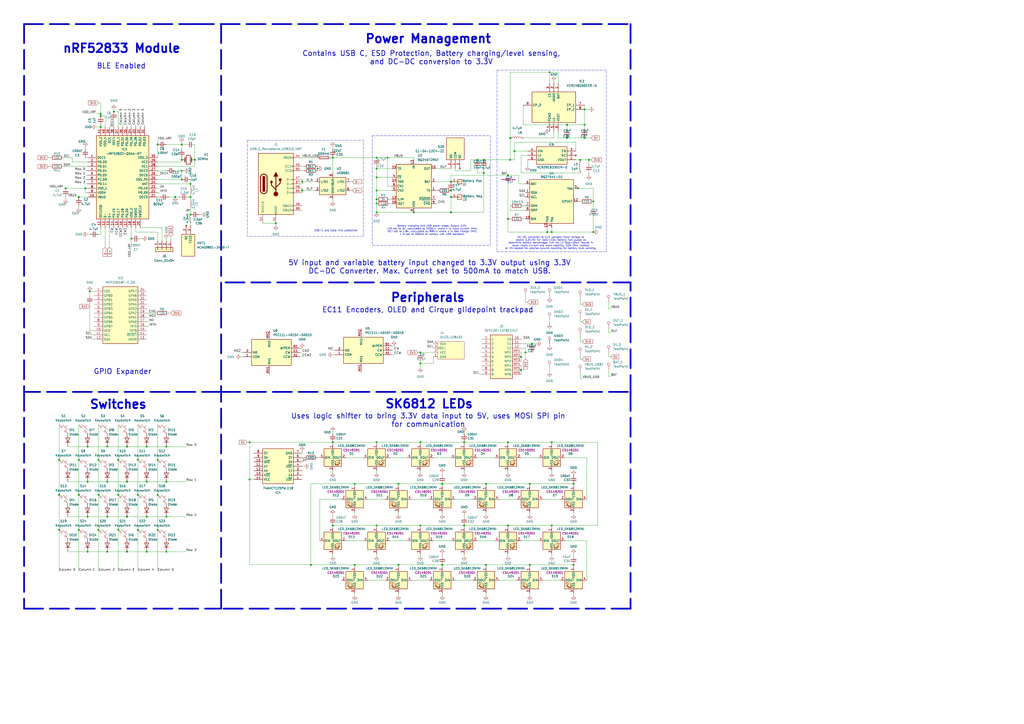
<source format=kicad_sch>
(kicad_sch (version 20231120) (generator "eeschema") (generator_version "8.0")
  (paper "A2")
  (junction (at 105.41 99.06))
  (junction (at 336.55 92.71))
  (junction (at 218.44 304.8))
  (junction (at 144.78 278.13))
  (junction (at 308.61 199.39))
  (junction (at 80.01 307.34))
  (junction (at 58.42 73.66))
  (junction (at 344.17 116.84))
  (junction (at 96.52 279.4))
  (junction (at 113.03 92.71))
  (junction (at 332.74 327.66))
  (junction (at 193.04 304.8))
  (junction (at 73.66 279.4))
  (junction (at 281.94 327.66))
  (junction (at 261.62 105.41))
  (junction (at 320.04 304.8))
  (junction (at 62.23 320.04))
  (junction (at 105.41 104.14))
  (junction (at 307.34 280.67))
  (junction (at 328.93 80.01))
  (junction (at 269.24 256.54))
  (junction (at 294.64 256.54))
  (junction (at 328.93 72.39))
  (junction (at 180.34 327.66))
  (junction (at 280.67 92.71))
  (junction (at 218.44 102.87))
  (junction (at 73.66 259.08))
  (junction (at 307.34 327.66))
  (junction (at 317.5 134.62))
  (junction (at 45.72 287.02))
  (junction (at 256.54 327.66))
  (junction (at 34.29 307.34))
  (junction (at 38.1 109.22))
  (junction (at 85.09 279.4))
  (junction (at 34.29 266.7))
  (junction (at 91.44 83.82))
  (junction (at 261.62 110.49))
  (junction (at 68.58 307.34))
  (junction (at 295.91 92.71))
  (junction (at 144.78 256.54))
  (junction (at 91.44 307.34))
  (junction (at 34.29 287.02))
  (junction (at 240.03 123.19))
  (junction (at 110.49 106.68))
  (junction (at 294.64 101.6))
  (junction (at 280.67 100.33))
  (junction (at 318.77 41.91))
  (junction (at 175.26 110.49))
  (junction (at 335.28 109.22))
  (junction (at 105.41 83.82))
  (junction (at 105.41 92.71))
  (junction (at 96.52 299.72))
  (junction (at 76.2 138.43))
  (junction (at 62.23 299.72))
  (junction (at 160.02 129.54))
  (junction (at 298.45 87.63))
  (junction (at 62.23 259.08))
  (junction (at 218.44 123.19))
  (junction (at 218.44 256.54))
  (junction (at 339.09 63.5))
  (junction (at 231.14 280.67))
  (junction (at 261.62 123.19))
  (junction (at 45.72 307.34))
  (junction (at 96.52 320.04))
  (junction (at 57.15 307.34))
  (junction (at 304.8 204.47))
  (junction (at 218.44 97.79))
  (junction (at 85.09 259.08))
  (junction (at 50.8 299.72))
  (junction (at 218.44 115.57))
  (junction (at 218.44 110.49))
  (junction (at 45.72 114.3))
  (junction (at 243.84 304.8))
  (junction (at 57.15 266.7))
  (junction (at 224.79 91.44))
  (junction (at 62.23 279.4))
  (junction (at 256.54 280.67))
  (junction (at 45.72 266.7))
  (junction (at 193.04 256.54))
  (junction (at 341.63 92.71))
  (junction (at 339.09 80.01))
  (junction (at 243.84 204.47))
  (junction (at 85.09 299.72))
  (junction (at 110.49 124.46))
  (junction (at 91.44 266.7))
  (junction (at 68.58 266.7))
  (junction (at 332.74 280.67))
  (junction (at 320.04 134.62))
  (junction (at 302.26 207.01))
  (junction (at 80.01 287.02))
  (junction (at 294.64 304.8))
  (junction (at 50.8 320.04))
  (junction (at 184.15 97.79))
  (junction (at 205.74 280.67))
  (junction (at 339.09 72.39))
  (junction (at 276.86 92.71))
  (junction (at 110.49 114.3))
  (junction (at 57.15 287.02))
  (junction (at 68.58 287.02))
  (junction (at 243.84 256.54))
  (junction (at 58.42 66.04))
  (junction (at 218.44 91.44))
  (junction (at 80.01 266.7))
  (junction (at 269.24 304.8))
  (junction (at 243.84 210.82))
  (junction (at 73.66 320.04))
  (junction (at 91.44 287.02))
  (junction (at 281.94 280.67))
  (junction (at 52.07 168.91))
  (junction (at 231.14 327.66))
  (junction (at 101.6 114.3))
  (junction (at 66.04 64.77))
  (junction (at 344.17 134.62))
  (junction (at 58.42 67.31))
  (junction (at 295.91 80.01))
  (junction (at 49.53 109.22))
  (junction (at 85.09 320.04))
  (junction (at 261.62 114.3))
  (junction (at 320.04 256.54))
  (junction (at 294.64 127))
  (junction (at 175.26 105.41))
  (junction (at 50.8 279.4))
  (junction (at 205.74 327.66))
  (junction (at 302.26 214.63))
  (junction (at 193.04 91.44))
  (junction (at 73.66 299.72))
  (junction (at 218.44 118.11))
  (junction (at 96.52 259.08))
  (junction (at 50.8 259.08))
  (wire (pts (xy 91.44 111.76) (xy 92.71 111.76)))
  (wire (pts (xy 68.58 64.77) (xy 68.58 73.66)))
  (wire (pts (xy 344.17 125.73) (xy 344.17 134.62)))
  (wire (pts (xy 318.77 185.42) (xy 318.77 187.96)))
  (wire (pts (xy 205.74 327.66) (xy 180.34 327.66)))
  (wire (pts (xy 52.07 191.77) (xy 52.07 176.53)))
  (wire (pts (xy 304.8 171.45) (xy 304.8 175.26)))
  (wire (pts (xy 113.03 92.71) (xy 113.03 96.52)))
  (wire (pts (xy 243.84 304.8) (xy 243.84 306.07)))
  (wire (pts (xy 193.04 256.54) (xy 193.04 257.81)))
  (wire (pts (xy 105.41 99.06) (xy 106.68 99.06)))
  (wire (pts (xy 50.8 320.04) (xy 62.23 320.04)))
  (polyline (pts (xy 365.76 227.33) (xy 365.76 353.06)) (stroke (width 1) (type dash)))
  (wire (pts (xy 205.74 345.44) (xy 205.74 344.17)))
  (wire (pts (xy 39.37 299.72) (xy 50.8 299.72)))
  (wire (pts (xy 274.32 289.56) (xy 264.16 289.56)))
  (wire (pts (xy 85.09 189.23) (xy 86.36 189.23)))
  (wire (pts (xy 334.01 92.71) (xy 336.55 92.71)))
  (wire (pts (xy 294.64 256.54) (xy 294.64 257.81)))
  (wire (pts (xy 328.93 80.01) (xy 339.09 80.01)))
  (wire (pts (xy 91.44 109.22) (xy 92.71 109.22)))
  (wire (pts (xy 240.03 123.19) (xy 261.62 123.19)))
  (wire (pts (xy 91.44 287.02) (xy 91.44 307.34)))
  (wire (pts (xy 325.12 336.55) (xy 314.96 336.55)))
  (wire (pts (xy 184.15 96.52) (xy 184.15 97.79)))
  (wire (pts (xy 27.94 91.44) (xy 29.21 91.44)))
  (wire (pts (xy 139.7 207.01) (xy 140.97 207.01)))
  (wire (pts (xy 320.04 256.54) (xy 346.71 256.54)))
  (wire (pts (xy 200.66 313.69) (xy 210.82 313.69)))
  (wire (pts (xy 41.91 93.98) (xy 41.91 91.44)))
  (wire (pts (xy 60.96 67.31) (xy 60.96 73.66)))
  (wire (pts (xy 144.78 278.13) (xy 147.32 278.13)))
  (wire (pts (xy 327.66 265.43) (xy 340.36 265.43)))
  (wire (pts (xy 115.57 124.46) (xy 116.84 124.46)))
  (wire (pts (xy 62.23 299.72) (xy 73.66 299.72)))
  (wire (pts (xy 278.13 217.17) (xy 279.4 217.17)))
  (wire (pts (xy 176.53 270.51) (xy 175.26 270.51)))
  (wire (pts (xy 139.7 204.47) (xy 140.97 204.47)))
  (wire (pts (xy 228.6 203.2) (xy 227.33 203.2)))
  (wire (pts (xy 276.86 265.43) (xy 287.02 265.43)))
  (wire (pts (xy 302.26 265.43) (xy 312.42 265.43)))
  (wire (pts (xy 294.64 256.54) (xy 320.04 256.54)))
  (wire (pts (xy 344.17 116.84) (xy 344.17 109.22)))
  (wire (pts (xy 36.83 109.22) (xy 38.1 109.22)))
  (wire (pts (xy 340.36 313.69) (xy 340.36 336.55)))
  (wire (pts (xy 298.45 87.63) (xy 298.45 82.55)))
  (wire (pts (xy 353.06 207.01) (xy 354.33 207.01)))
  (wire (pts (xy 44.45 114.3) (xy 45.72 114.3)))
  (wire (pts (xy 110.49 104.14) (xy 110.49 106.68)))
  (wire (pts (xy 110.49 120.65) (xy 110.49 124.46)))
  (wire (pts (xy 276.86 97.79) (xy 276.86 100.33)))
  (wire (pts (xy 193.04 322.58) (xy 193.04 321.31)))
  (wire (pts (xy 81.28 138.43) (xy 82.55 138.43)))
  (wire (pts (xy 76.2 132.08) (xy 76.2 138.43)))
  (wire (pts (xy 228.6 200.66) (xy 227.33 200.66)))
  (wire (pts (xy 218.44 304.8) (xy 243.84 304.8)))
  (wire (pts (xy 334.01 82.55) (xy 334.01 87.63)))
  (wire (pts (xy 49.53 104.14) (xy 50.8 104.14)))
  (wire (pts (xy 269.24 250.19) (xy 269.24 251.46)))
  (wire (pts (xy 68.58 266.7) (xy 68.58 287.02)))
  (wire (pts (xy 218.44 102.87) (xy 227.33 102.87)))
  (wire (pts (xy 49.53 91.44) (xy 50.8 91.44)))
  (wire (pts (xy 264.16 99.06) (xy 273.05 99.06)))
  (wire (pts (xy 295.91 80.01) (xy 295.91 92.71)))
  (wire (pts (xy 302.26 313.69) (xy 312.42 313.69)))
  (wire (pts (xy 243.84 204.47) (xy 251.46 204.47)))
  (wire (pts (xy 243.84 274.32) (xy 243.84 273.05)))
  (wire (pts (xy 50.8 279.4) (xy 62.23 279.4)))
  (wire (pts (xy 254 118.11) (xy 252.73 118.11)))
  (wire (pts (xy 336.55 116.84) (xy 335.28 116.84)))
  (wire (pts (xy 218.44 118.11) (xy 218.44 123.19)))
  (wire (pts (xy 175.26 204.47) (xy 173.99 204.47)))
  (wire (pts (xy 193.04 91.44) (xy 193.04 100.33)))
  (wire (pts (xy 323.85 80.01) (xy 323.85 76.2)))
  (wire (pts (xy 91.44 266.7) (xy 91.44 287.02)))
  (wire (pts (xy 218.44 102.87) (xy 218.44 110.49)))
  (wire (pts (xy 307.34 298.45) (xy 307.34 297.18)))
  (wire (pts (xy 339.09 63.5) (xy 339.09 60.96)))
  (wire (pts (xy 76.2 72.39) (xy 76.2 73.66)))
  (wire (pts (xy 66.04 63.5) (xy 66.04 64.77)))
  (wire (pts (xy 320.04 274.32) (xy 320.04 273.05)))
  (wire (pts (xy 96.52 83.82) (xy 105.41 83.82)))
  (wire (pts (xy 57.15 307.34) (xy 57.15 331.47)))
  (wire (pts (xy 294.64 322.58) (xy 294.64 321.31)))
  (wire (pts (xy 80.01 246.38) (xy 80.01 266.7)))
  (wire (pts (xy 71.12 72.39) (xy 71.12 73.66)))
  (wire (pts (xy 299.72 336.55) (xy 289.56 336.55)))
  (wire (pts (xy 57.15 287.02) (xy 57.15 307.34)))
  (wire (pts (xy 240.03 91.44) (xy 240.03 92.71)))
  (wire (pts (xy 339.09 72.39) (xy 339.09 74.93)))
  (wire (pts (xy 224.79 107.95) (xy 227.33 107.95)))
  (wire (pts (xy 256.54 327.66) (xy 231.14 327.66)))
  (wire (pts (xy 280.67 92.71) (xy 295.91 92.71)))
  (wire (pts (xy 243.84 213.36) (xy 243.84 210.82)))
  (wire (pts (xy 218.44 110.49) (xy 218.44 115.57)))
  (wire (pts (xy 76.2 138.43) (xy 76.2 140.97)))
  (wire (pts (xy 91.44 99.06) (xy 96.52 99.06)))
  (polyline (pts (xy 13.97 13.97) (xy 13.97 227.33)) (stroke (width 1) (type dash)))
  (wire (pts (xy 302.26 100.33) (xy 336.55 100.33)))
  (wire (pts (xy 281.94 327.66) (xy 281.94 328.93)))
  (wire (pts (xy 175.26 105.41) (xy 175.26 106.68)))
  (wire (pts (xy 49.53 85.09) (xy 49.53 86.36)))
  (wire (pts (xy 299.72 289.56) (xy 289.56 289.56)))
  (polyline (pts (xy 130.81 163.83) (xy 365.76 163.83)) (stroke (width 1) (type dash)))
  (wire (pts (xy 143.51 256.54) (xy 144.78 256.54)))
  (wire (pts (xy 280.67 100.33) (xy 280.67 97.79)))
  (wire (pts (xy 58.42 67.31) (xy 60.96 67.31)))
  (wire (pts (xy 68.58 307.34) (xy 68.58 331.47)))
  (wire (pts (xy 218.44 256.54) (xy 218.44 257.81)))
  (wire (pts (xy 218.44 256.54) (xy 243.84 256.54)))
  (wire (pts (xy 58.42 66.04) (xy 58.42 67.31)))
  (wire (pts (xy 334.01 109.22) (xy 335.28 109.22)))
  (wire (pts (xy 252.73 105.41) (xy 261.62 105.41)))
  (wire (pts (xy 256.54 298.45) (xy 256.54 297.18)))
  (wire (pts (xy 269.24 274.32) (xy 269.24 273.05)))
  (wire (pts (xy 318.77 213.36) (xy 318.77 215.9)))
  (wire (pts (xy 218.44 115.57) (xy 218.44 118.11)))
  (wire (pts (xy 303.53 72.39) (xy 303.53 60.96)))
  (wire (pts (xy 302.26 214.63) (xy 302.26 217.17)))
  (wire (pts (xy 97.79 114.3) (xy 101.6 114.3)))
  (wire (pts (xy 302.26 199.39) (xy 308.61 199.39)))
  (wire (pts (xy 226.06 115.57) (xy 227.33 115.57)))
  (wire (pts (xy 298.45 82.55) (xy 334.01 82.55)))
  (wire (pts (xy 96.52 279.4) (xy 107.95 279.4)))
  (wire (pts (xy 182.88 110.49) (xy 175.26 110.49)))
  (wire (pts (xy 39.37 320.04) (xy 50.8 320.04)))
  (wire (pts (xy 242.57 204.47) (xy 243.84 204.47)))
  (wire (pts (xy 336.55 176.53) (xy 337.82 176.53)))
  (wire (pts (xy 45.72 307.34) (xy 45.72 331.47)))
  (wire (pts (xy 251.46 265.43) (xy 261.62 265.43)))
  (wire (pts (xy 346.71 256.54) (xy 346.71 304.8)))
  (wire (pts (xy 304.8 204.47) (xy 304.8 201.93)))
  (wire (pts (xy 336.55 172.72) (xy 336.55 176.53)))
  (wire (pts (xy 307.34 327.66) (xy 307.34 328.93)))
  (wire (pts (xy 58.42 132.08) (xy 58.42 135.89)))
  (wire (pts (xy 45.72 287.02) (xy 45.72 307.34)))
  (wire (pts (xy 205.74 280.67) (xy 180.34 280.67)))
  (wire (pts (xy 336.55 198.12) (xy 337.82 198.12)))
  (wire (pts (xy 295.91 41.91) (xy 295.91 80.01)))
  (wire (pts (xy 144.78 256.54) (xy 144.78 278.13)))
  (wire (pts (xy 110.49 114.3) (xy 110.49 115.57)))
  (wire (pts (xy 34.29 266.7) (xy 34.29 287.02)))
  (wire (pts (xy 328.93 72.39) (xy 339.09 72.39)))
  (wire (pts (xy 321.31 80.01) (xy 321.31 76.2)))
  (wire (pts (xy 295.91 41.91) (xy 318.77 41.91)))
  (wire (pts (xy 336.55 194.31) (xy 336.55 198.12)))
  (wire (pts (xy 34.29 287.02) (xy 34.29 307.34)))
  (wire (pts (xy 294.64 101.6) (xy 300.99 101.6)))
  (wire (pts (xy 341.63 63.5) (xy 339.09 63.5)))
  (wire (pts (xy 226.06 265.43) (xy 236.22 265.43)))
  (wire (pts (xy 218.44 91.44) (xy 224.79 91.44)))
  (wire (pts (xy 85.09 320.04) (xy 96.52 320.04)))
  (wire (pts (xy 45.72 246.38) (xy 45.72 266.7)))
  (wire (pts (xy 41.91 93.98) (xy 50.8 93.98)))
  (wire (pts (xy 96.52 138.43) (xy 96.52 139.7)))
  (wire (pts (xy 251.46 207.01) (xy 251.46 210.82)))
  (polyline (pts (xy 128.27 227.33) (xy 365.76 227.33)) (stroke (width 1) (type dash)))
  (wire (pts (xy 353.06 193.04) (xy 354.33 193.04)))
  (wire (pts (xy 91.44 106.68) (xy 110.49 106.68)))
  (wire (pts (xy 85.09 186.69) (xy 86.36 186.69)))
  (wire (pts (xy 243.84 322.58) (xy 243.84 321.31)))
  (wire (pts (xy 99.06 181.61) (xy 97.79 181.61)))
  (wire (pts (xy 341.63 92.71) (xy 342.9 92.71)))
  (wire (pts (xy 320.04 304.8) (xy 320.04 306.07)))
  (wire (pts (xy 91.44 114.3) (xy 92.71 114.3)))
  (wire (pts (xy 193.04 205.74) (xy 194.31 205.74)))
  (wire (pts (xy 325.12 289.56) (xy 314.96 289.56)))
  (wire (pts (xy 341.63 95.25) (xy 341.63 92.71)))
  (wire (pts (xy 328.93 72.39) (xy 328.93 74.93)))
  (wire (pts (xy 303.53 80.01) (xy 321.31 80.01)))
  (wire (pts (xy 50.8 111.76) (xy 49.53 111.76)))
  (wire (pts (xy 62.23 259.08) (xy 73.66 259.08)))
  (wire (pts (xy 49.53 99.06) (xy 50.8 99.06)))
  (wire (pts (xy 273.05 99.06) (xy 273.05 92.71)))
  (wire (pts (xy 336.55 205.74) (xy 336.55 208.28)))
  (wire (pts (xy 55.88 66.04) (xy 58.42 66.04)))
  (wire (pts (xy 205.74 298.45) (xy 205.74 297.18)))
  (wire (pts (xy 110.49 106.68) (xy 110.49 107.95)))
  (wire (pts (xy 269.24 322.58) (xy 269.24 321.31)))
  (wire (pts (xy 78.74 132.08) (xy 78.74 134.62)))
  (wire (pts (xy 298.45 87.63) (xy 306.07 87.63)))
  (wire (pts (xy 332.74 280.67) (xy 332.74 281.94)))
  (wire (pts (xy 91.44 101.6) (xy 92.71 101.6)))
  (wire (pts (xy 85.09 279.4) (xy 96.52 279.4)))
  (wire (pts (xy 243.84 210.82) (xy 243.84 209.55)))
  (wire (pts (xy 300.99 106.68) (xy 304.8 106.68)))
  (wire (pts (xy 184.15 97.79) (xy 184.15 99.06)))
  (wire (pts (xy 256.54 280.67) (xy 256.54 281.94)))
  (wire (pts (xy 175.26 261.62) (xy 175.26 262.89)))
  (wire (pts (xy 80.01 307.34) (xy 80.01 331.47)))
  (wire (pts (xy 175.26 207.01) (xy 173.99 207.01)))
  (wire (pts (xy 105.41 99.06) (xy 105.41 104.14)))
  (wire (pts (xy 340.36 265.43) (xy 340.36 289.56)))
  (polyline (pts (xy 365.76 13.97) (xy 365.76 163.83)) (stroke (width 1) (type dash)))
  (polyline (pts (xy 128.27 13.97) (xy 128.27 227.33)) (stroke (width 1) (type dash)))
  (wire (pts (xy 353.06 204.47) (xy 353.06 207.01)))
  (wire (pts (xy 113.03 96.52) (xy 91.44 96.52)))
  (wire (pts (xy 96.52 259.08) (xy 107.95 259.08)))
  (wire (pts (xy 231.14 327.66) (xy 205.74 327.66)))
  (wire (pts (xy 91.44 83.82) (xy 91.44 91.44)))
  (wire (pts (xy 304.8 175.26) (xy 306.07 175.26)))
  (wire (pts (xy 105.41 93.98) (xy 105.41 92.71)))
  (wire (pts (xy 45.72 266.7) (xy 45.72 287.02)))
  (wire (pts (xy 176.53 99.06) (xy 175.26 99.06)))
  (wire (pts (xy 57.15 246.38) (xy 57.15 266.7)))
  (wire (pts (xy 110.49 113.03) (xy 110.49 114.3)))
  (wire (pts (xy 96.52 320.04) (xy 107.95 320.04)))
  (wire (pts (xy 264.16 97.79) (xy 264.16 99.06)))
  (wire (pts (xy 36.83 91.44) (xy 41.91 91.44)))
  (wire (pts (xy 320.04 134.62) (xy 344.17 134.62)))
  (wire (pts (xy 294.64 134.62) (xy 294.64 127)))
  (wire (pts (xy 50.8 259.08) (xy 62.23 259.08)))
  (wire (pts (xy 308.61 199.39) (xy 311.15 199.39)))
  (wire (pts (xy 34.29 307.34) (xy 34.29 331.47)))
  (wire (pts (xy 175.26 110.49) (xy 175.26 111.76)))
  (wire (pts (xy 93.98 132.08) (xy 93.98 139.7)))
  (wire (pts (xy 62.23 320.04) (xy 73.66 320.04)))
  (wire (pts (xy 274.32 336.55) (xy 264.16 336.55)))
  (wire (pts (xy 200.66 265.43) (xy 210.82 265.43)))
  (wire (pts (xy 269.24 256.54) (xy 294.64 256.54)))
  (wire (pts (xy 27.94 96.52) (xy 29.21 96.52)))
  (polyline (pts (xy 13.97 227.33) (xy 13.97 353.06)) (stroke (width 1) (type dash)))
  (wire (pts (xy 49.53 101.6) (xy 50.8 101.6)))
  (wire (pts (xy 302.26 90.17) (xy 306.07 90.17)))
  (wire (pts (xy 193.04 304.8) (xy 218.44 304.8)))
  (polyline (pts (xy 365.76 228.6) (xy 365.76 163.83)) (stroke (width 1) (type dash)))
  (wire (pts (xy 175.26 265.43) (xy 176.53 265.43)))
  (wire (pts (xy 184.15 265.43) (xy 185.42 265.43)))
  (wire (pts (xy 307.34 280.67) (xy 281.94 280.67)))
  (wire (pts (xy 54.61 191.77) (xy 52.07 191.77)))
  (wire (pts (xy 175.26 201.93) (xy 173.99 201.93)))
  (wire (pts (xy 353.06 190.5) (xy 353.06 193.04)))
  (wire (pts (xy 49.53 109.22) (xy 50.8 109.22)))
  (wire (pts (xy 256.54 274.32) (xy 256.54 275.59)))
  (wire (pts (xy 223.52 289.56) (xy 213.36 289.56)))
  (wire (pts (xy 45.72 114.3) (xy 50.8 114.3)))
  (wire (pts (xy 193.04 298.45) (xy 193.04 299.72)))
  (wire (pts (xy 318.77 41.91) (xy 323.85 41.91)))
  (wire (pts (xy 36.83 96.52) (xy 50.8 96.52)))
  (wire (pts (xy 57.15 59.69) (xy 58.42 59.69)))
  (wire (pts (xy 205.74 327.66) (xy 205.74 328.93)))
  (wire (pts (xy 58.42 135.89) (xy 57.15 135.89)))
  (wire (pts (xy 73.66 299.72) (xy 85.09 299.72)))
  (wire (pts (xy 83.82 72.39) (xy 83.82 73.66)))
  (polyline (pts (xy 365.76 353.06) (xy 129.54 353.06)) (stroke (width 1) (type dash)))
  (wire (pts (xy 341.63 100.33) (xy 341.63 101.6)))
  (wire (pts (xy 52.07 168.91) (xy 54.61 168.91)))
  (wire (pts (xy 323.85 48.26) (xy 323.85 41.91)))
  (wire (pts (xy 105.41 83.82) (xy 107.95 83.82)))
  (wire (pts (xy 96.52 299.72) (xy 107.95 299.72)))
  (wire (pts (xy 294.64 304.8) (xy 320.04 304.8)))
  (wire (pts (xy 152.4 129.54) (xy 160.02 129.54)))
  (wire (pts (xy 304.8 204.47) (xy 308.61 204.47)))
  (wire (pts (xy 302.26 196.85) (xy 303.53 196.85)))
  (wire (pts (xy 231.14 345.44) (xy 231.14 344.17)))
  (wire (pts (xy 226.06 313.69) (xy 236.22 313.69)))
  (wire (pts (xy 53.34 196.85) (xy 54.61 196.85)))
  (wire (pts (xy 175.26 109.22) (xy 175.26 110.49)))
  (wire (pts (xy 73.66 259.08) (xy 85.09 259.08)))
  (wire (pts (xy 38.1 114.3) (xy 38.1 115.57)))
  (wire (pts (xy 223.52 336.55) (xy 213.36 336.55)))
  (wire (pts (xy 57.15 266.7) (xy 57.15 287.02)))
  (wire (pts (xy 50.8 299.72) (xy 62.23 299.72)))
  (wire (pts (xy 38.1 109.22) (xy 49.53 109.22)))
  (wire (pts (xy 302.26 204.47) (xy 302.26 207.01)))
  (wire (pts (xy 105.41 83.82) (xy 105.41 82.55)))
  (wire (pts (xy 228.6 205.74) (xy 227.33 205.74)))
  (wire (pts (xy 58.42 59.69) (xy 58.42 66.04)))
  (wire (pts (xy 231.14 280.67) (xy 205.74 280.67)))
  (polyline (pts (xy 13.97 13.97) (xy 113.03 13.97)) (stroke (width 1) (type dash)))
  (wire (pts (xy 91.44 246.38) (xy 91.44 266.7)))
  (wire (pts (xy 276.86 92.71) (xy 280.67 92.71)))
  (wire (pts (xy 295.91 119.38) (xy 295.91 121.92)))
  (wire (pts (xy 62.23 279.4) (xy 73.66 279.4)))
  (wire (pts (xy 85.09 299.72) (xy 96.52 299.72)))
  (wire (pts (xy 182.88 105.41) (xy 175.26 105.41)))
  (wire (pts (xy 332.74 321.31) (xy 332.74 322.58)))
  (wire (pts (xy 193.04 274.32) (xy 193.04 273.05)))
  (wire (pts (xy 176.53 96.52) (xy 175.26 96.52)))
  (polyline (pts (xy 128.27 353.06) (xy 128.27 227.33)) (stroke (width 1) (type dash)))
  (wire (pts (xy 224.79 91.44) (xy 240.03 91.44)))
  (wire (pts (xy 113.03 83.82) (xy 113.03 92.71)))
  (wire (pts (xy 68.58 287.02) (xy 68.58 307.34)))
  (wire (pts (xy 269.24 298.45) (xy 269.24 299.72)))
  (wire (pts (xy 193.04 304.8) (xy 193.04 306.07)))
  (wire (pts (xy 294.64 134.62) (xy 317.5 134.62)))
  (wire (pts (xy 318.77 41.91) (xy 318.77 48.26)))
  (wire (pts (xy 261.62 123.19) (xy 280.67 123.19)))
  (wire (pts (xy 281.94 298.45) (xy 281.94 297.18)))
  (wire (pts (xy 218.44 96.52) (xy 218.44 97.79)))
  (wire (pts (xy 243.84 304.8) (xy 269.24 304.8)))
  (wire (pts (xy 336.55 184.15) (xy 336.55 186.69)))
  (wire (pts (xy 248.92 289.56) (xy 238.76 289.56)))
  (wire (pts (xy 303.53 72.39) (xy 328.93 72.39)))
  (wire (pts (xy 300.99 101.6) (xy 300.99 106.68)))
  (wire (pts (xy 306.07 92.71) (xy 306.07 96.52)))
  (wire (pts (xy 80.01 287.02) (xy 80.01 307.34)))
  (wire (pts (xy 204.47 110.49) (xy 203.2 110.49)))
  (wire (pts (xy 243.84 256.54) (xy 243.84 257.81)))
  (wire (pts (xy 317.5 132.08) (xy 317.5 134.62)))
  (wire (pts (xy 276.86 100.33) (xy 280.67 100.33)))
  (wire (pts (xy 251.46 210.82) (xy 243.84 210.82)))
  (wire (pts (xy 218.44 97.79) (xy 218.44 102.87)))
  (wire (pts (xy 231.14 327.66) (xy 231.14 328.93)))
  (wire (pts (xy 298.45 87.63) (xy 298.45 92.71)))
  (wire (pts (xy 353.06 214.63) (xy 353.06 218.44)))
  (wire (pts (xy 63.5 132.08) (xy 63.5 143.51)))
  (wire (pts (xy 193.04 256.54) (xy 218.44 256.54)))
  (wire (pts (xy 302.26 100.33) (xy 302.26 90.17)))
  (wire (pts (xy 144.78 256.54) (xy 193.04 256.54)))
  (wire (pts (xy 99.06 137.16) (xy 99.06 139.7)))
  (wire (pts (xy 193.04 203.2) (xy 194.31 203.2)))
  (wire (pts (xy 332.74 327.66) (xy 332.74 328.93)))
  (wire (pts (xy 80.01 266.7) (xy 80.01 287.02)))
  (polyline (pts (xy 113.03 13.97) (xy 365.76 13.97)) (stroke (width 1) (type dash)))
  (wire (pts (xy 294.64 106.68) (xy 294.64 127)))
  (wire (pts (xy 49.53 106.68) (xy 50.8 106.68)))
  (wire (pts (xy 256.54 327.66) (xy 256.54 328.93)))
  (wire (pts (xy 68.58 246.38) (xy 68.58 266.7)))
  (wire (pts (xy 91.44 104.14) (xy 105.41 104.14)))
  (wire (pts (xy 231.14 298.45) (xy 231.14 297.18)))
  (wire (pts (xy 269.24 256.54) (xy 269.24 257.81)))
  (wire (pts (xy 342.9 80.01) (xy 339.09 80.01)))
  (wire (pts (xy 318.77 199.39) (xy 318.77 200.66)))
  (wire (pts (xy 254 110.49) (xy 252.73 110.49)))
  (wire (pts (xy 323.85 80.01) (xy 328.93 80.01)))
  (wire (pts (xy 332.74 327.66) (xy 307.34 327.66)))
  (wire (pts (xy 205.74 280.67) (xy 205.74 281.94)))
  (wire (pts (xy 185.42 289.56) (xy 185.42 313.69)))
  (wire (pts (xy 85.09 259.08) (xy 96.52 259.08)))
  (wire (pts (xy 281.94 327.66) (xy 307.34 327.66)))
  (wire (pts (xy 248.92 336.55) (xy 238.76 336.55)))
  (wire (pts (xy 110.49 114.3) (xy 109.22 114.3)))
  (wire (pts (xy 193.04 116.84) (xy 193.04 115.57)))
  (wire (pts (xy 85.09 184.15) (xy 86.36 184.15)))
  (wire (pts (xy 332.74 345.44) (xy 332.74 344.17)))
  (polyline (pts (xy 128.27 227.33) (xy 13.97 227.33)) (stroke (width 1) (type dash)))
  (wire (pts (xy 49.53 111.76) (xy 49.53 109.22)))
  (wire (pts (xy 185.42 289.56) (xy 198.12 289.56)))
  (wire (pts (xy 295.91 121.92) (xy 304.8 121.92)))
  (wire (pts (xy 53.34 194.31) (xy 54.61 194.31)))
  (wire (pts (xy 110.49 129.54) (xy 110.49 130.81)))
  (wire (pts (xy 78.74 72.39) (xy 78.74 73.66)))
  (wire (pts (xy 294.64 274.32) (xy 294.64 273.05)))
  (wire (pts (xy 320.04 256.54) (xy 320.04 257.81)))
  (wire (pts (xy 336.55 186.69) (xy 337.82 186.69)))
  (wire (pts (xy 218.44 123.19) (xy 240.03 123.19)))
  (wire (pts (xy 335.28 109.22) (xy 344.17 109.22)))
  (wire (pts (xy 45.72 120.65) (xy 45.72 119.38)))
  (wire (pts (xy 50.8 135.89) (xy 52.07 135.89)))
  (wire (pts (xy 175.26 104.14) (xy 175.26 105.41)))
  (wire (pts (xy 256.54 280.67) (xy 231.14 280.67)))
  (wire (pts (xy 294.64 127) (xy 295.91 127)))
  (wire (pts (xy 332.74 280.67) (xy 307.34 280.67)))
  (wire (pts (xy 339.09 63.5) (xy 339.09 72.39)))
  (wire (pts (xy 281.94 345.44) (xy 281.94 344.17)))
  (wire (pts (xy 280.67 123.19) (xy 280.67 100.33)))
  (wire (pts (xy 252.73 97.79) (xy 261.62 97.79)))
  (wire (pts (xy 303.53 127) (xy 304.8 127)))
  (wire (pts (xy 39.37 279.4) (xy 50.8 279.4)))
  (wire (pts (xy 304.8 208.28) (xy 304.8 204.47)))
  (wire (pts (xy 193.04 91.44) (xy 218.44 91.44)))
  (wire (pts (xy 91.44 307.34) (xy 91.44 331.47)))
  (wire (pts (xy 218.44 322.58) (xy 218.44 321.31)))
  (wire (pts (xy 180.34 280.67) (xy 180.34 327.66)))
  (wire (pts (xy 336.55 219.71) (xy 337.82 219.71)))
  (wire (pts (xy 39.37 259.08) (xy 50.8 259.08)))
  (wire (pts (xy 256.54 327.66) (xy 281.94 327.66)))
  (wire (pts (xy 218.44 274.32) (xy 218.44 273.05)))
  (wire (pts (xy 353.06 218.44) (xy 354.33 218.44)))
  (wire (pts (xy 52.07 171.45) (xy 52.07 168.91)))
  (wire (pts (xy 344.17 116.84) (xy 344.17 120.65)))
  (wire (pts (xy 91.44 81.28) (xy 91.44 83.82)))
  (wire (pts (xy 144.78 327.66) (xy 180.34 327.66)))
  (wire (pts (xy 101.6 99.06) (xy 105.41 99.06)))
  (wire (pts (xy 353.06 175.26) (xy 353.06 179.07)))
  (wire (pts (xy 193.04 85.09) (xy 193.04 86.36)))
  (wire (pts (xy 327.66 313.69) (xy 340.36 313.69)))
  (wire (pts (xy 294.64 304.8) (xy 294.64 306.07)))
  (wire (pts (xy 261.62 101.6) (xy 294.64 101.6)))
  (wire (pts (xy 321.31 46.99) (xy 321.31 48.26)))
  (wire (pts (xy 346.71 304.8) (xy 320.04 304.8)))
  (wire (pts (xy 218.44 110.49) (xy 227.33 110.49)))
  (wire (pts (xy 307.34 345.44) (xy 307.34 344.17)))
  (wire (pts (xy 226.06 118.11) (xy 227.33 118.11)))
  (polyline (pts (xy 13.97 353.06) (xy 128.27 353.06)) (stroke (width 1) (type dash)))
  (wire (pts (xy 66.04 64.77) (xy 68.58 64.77)))
  (wire (pts (xy 243.84 256.54) (xy 269.24 256.54)))
  (wire (pts (xy 256.54 345.44) (xy 256.54 344.17)))
  (wire (pts (xy 66.04 69.85) (xy 66.04 73.66)))
  (wire (pts (xy 332.74 298.45) (xy 332.74 297.18)))
  (wire (pts (xy 60.96 132.08) (xy 60.96 143.51)))
  (wire (pts (xy 81.28 72.39) (xy 81.28 73.66)))
  (wire (pts (xy 85.09 181.61) (xy 90.17 181.61)))
  (wire (pts (xy 105.41 92.71) (xy 105.41 91.44)))
  (wire (pts (xy 320.04 322.58) (xy 320.04 321.31)))
  (wire (pts (xy 34.29 246.38) (xy 34.29 266.7)))
  (wire (pts (xy 320.04 132.08) (xy 320.04 134.62)))
  (wire (pts (xy 353.06 179.07) (xy 354.33 179.07)))
  (wire (pts (xy 336.55 208.28) (xy 337.82 208.28)))
  (wire (pts (xy 307.34 280.67) (xy 307.34 281.94)))
  (wire (pts (xy 160.02 130.81) (xy 160.02 129.54)))
  (wire (pts (xy 295.91 92.71) (xy 298.45 92.71)))
  (wire (pts (xy 175.26 91.44) (xy 184.15 91.44)))
  (wire (pts (xy 218.44 304.8) (xy 218.44 306.07)))
  (wire (pts (xy 256.54 321.31) (xy 256.54 322.58)))
  (wire (pts (xy 55.88 73.66) (xy 58.42 73.66)))
  (wire (pts (xy 193.04 250.19) (xy 193.04 251.46)))
  (wire (pts (xy 224.79 91.44) (xy 224.79 107.95)))
  (wire (pts (xy 251.46 313.69) (xy 261.62 313.69)))
  (wire (pts (xy 81.28 132.08) (xy 93.98 132.08)))
  (wire (pts (xy 91.44 93.98) (xy 105.41 93.98)))
  (wire (pts (xy 91.44 134.62) (xy 91.44 139.7)))
  (wire (pts (xy 105.41 83.82) (xy 105.41 86.36)))
  (wire (pts (xy 304.8 201.93) (xy 302.26 201.93)))
  (wire (pts (xy 269.24 304.8) (xy 294.64 304.8)))
  (wire (pts (xy 204.47 105.41) (xy 203.2 105.41)))
  (wire (pts (xy 78.74 134.62) (xy 91.44 134.62)))
  (wire (pts (xy 231.14 280.67) (xy 231.14 281.94)))
  (wire (pts (xy 144.78 278.13) (xy 144.78 327.66)))
  (wire (pts (xy 191.77 91.44) (xy 193.04 91.44)))
  (wire (pts (xy 269.24 304.8) (xy 269.24 306.07)))
  (wire (pts (xy 281.94 280.67) (xy 281.94 281.94)))
  (wire (pts (xy 58.42 72.39) (xy 58.42 73.66)))
  (wire (pts (xy 73.66 320.04) (xy 85.09 320.04)))
  (wire (pts (xy 73.66 72.39) (xy 73.66 73.66)))
  (wire (pts (xy 318.77 171.45) (xy 318.77 172.72)))
  (wire (pts (xy 302.26 207.01) (xy 302.26 209.55)))
  (wire (pts (xy 302.26 212.09) (xy 302.26 214.63)))
  (wire (pts (xy 73.66 279.4) (xy 85.09 279.4)))
  (wire (pts (xy 336.55 215.9) (xy 336.55 219.71)))
  (wire (pts (xy 261.62 110.49) (xy 261.62 114.3)))
  (wire (pts (xy 261.62 105.41) (xy 261.62 101.6)))
  (wire (pts (xy 273.05 92.71) (xy 276.86 92.71)))
  (wire (pts (xy 101.6 114.3) (xy 104.14 114.3)))
  (wire (pts (xy 276.86 313.69) (xy 287.02 313.69)))
  (wire (pts (xy 227.33 97.79) (xy 218.44 97.79)))
  (wire (pts (xy 336.55 92.71) (xy 341.63 92.71)))
  (wire (pts (xy 303.53 119.38) (xy 304.8 119.38)))
  (wire (pts (xy 261.62 114.3) (xy 261.62 123.19)))
  (wire (pts (xy 281.94 280.67) (xy 256.54 280.67)))
  (wire (pts (xy 317.5 134.62) (xy 320.04 134.62)))
  (rectangle (start 215.9 78.74) (end 284.48 142.24) (stroke (width 0) (type dash)))
  (rectangle (start 143.51 81.28) (end 210.82 137.16) (stroke (width 0) (type dash)))
  (rectangle (start 288.29 40.64) (end 351.79 146.05) (stroke (width 0) (type dash)))
  (text "SK6812 LEDs" (at 248.92 234.442 0) (effects (font (size 5 5) (thickness 1) (bold yes))))
  (text "nRF52833 Module" (at 70.612 28.194 0) (effects (font (size 5 5) (thickness 1) (bold yes))))
  (text "GPIO Expander\n" (at 71.12 215.646 0) (effects (font (size 3 3) (thickness 0.375))))
  (text "BLE Enabled\n" (at 70.358 38.354 0) (effects (font (size 3 3) (thickness 0.375))))
  (text "DC-DC converter to turn variable input voltage to\nstable 3.3V/5V for load/LEDs. Battery fuel guage to\ndetermine battery percentage. 1uH for LX Step-Down results in\nlower ripple current and more stability. 10m Ohm resistor\nat 1% needed for precise columb counting for battery level sensing." (at 319.532 140.97 0) (effects (font (size 1 1) (thickness 0.125))))
  (text "Power Management" (at 248.412 22.606 0) (effects (font (size 5 5) (thickness 1) (bold yes))))
  (text "Battery charging and USB power stage. Output 3.3V.\nILIM set to 3k, calculated by 1550/x where x is input current limit.\nISET set to 1.8k, calculated by 890/x where x is fast charge limit.\nx is set to 500mA to comply with USB standard." (at 250.698 133.604 0) (effects (font (size 1 1) (thickness 0.125))))
  (text "USB-C and Data-line protection" (at 194.818 133.858 0) (effects (font (size 1 1) (thickness 0.125))))
  (text "Peripherals\n" (at 248.158 172.72 0) (effects (font (size 5 5) (thickness 1) (bold yes))))
  (text "Switches\n" (at 68.58 234.696 0) (effects (font (size 5 5) (thickness 1) (bold yes))))
  (text "EC11 Encoders, OLED and Cirque glidepoint trackpad\n" (at 248.158 179.832 0) (effects (font (size 3 3) (thickness 0.375))))
  (text "5V input and variable battery input changed to 3.3V output using 3.3V\nDC-DC Converter. Max. Current set to 500mA to match USB." (at 249.174 154.94 0) (effects (font (size 3 3) (thickness 0.375))))
  (text "Contains USB C, ESD Protection, Battery charging/level sensing,\nand DC-DC conversion to 3.3V\n" (at 250.19 33.528 0) (effects (font (size 3 3) (thickness 0.375))))
  (text "Uses logic shifter to bring 3.3V data input to 5V, uses MOSI SPI pin\nfor communication\n" (at 248.412 243.84 0) (effects (font (size 3 3) (thickness 0.375))))
  (label "CW" (at 66.04 132.08 270))
  (label "Row 0" (at 49.53 99.06 180))
  (label "CW" (at 228.6 203.2 0))
  (label "NO" (at 193.04 203.2 180))
  (label "D_N" (at 177.8 105.41 0))
  (label "Row 0" (at 107.95 259.08 0))
  (label "Column 4" (at 81.28 72.39 90))
  (label "CHG" (at 254 118.11 0))
  (label "Column 1" (at 73.66 72.39 90))
  (label "SCL" (at 53.34 194.31 180))
  (label "SDA" (at 251.46 199.39 180))
  (label "Row 3" (at 107.95 320.04 0))
  (label "SDA" (at 40.64 96.52 180))
  (label "CCW" (at 228.6 205.74 0))
  (label "Column 1" (at 45.72 331.47 0))
  (label "2A" (at 175.26 267.97 0))
  (label "CW2" (at 175.26 204.47 0))
  (label "Row 1" (at 49.53 101.6 180))
  (label "CCW2" (at 71.12 132.08 270))
  (label "CCW2" (at 175.26 207.01 0))
  (label "Column 3" (at 68.58 331.47 0))
  (label "NO2" (at 139.7 204.47 180))
  (label "SCL" (at 251.46 201.93 180))
  (label "SCL" (at 278.13 217.17 180))
  (label "Column 2" (at 76.2 72.39 90))
  (label "Row 2" (at 107.95 299.72 0))
  (label "Column 4" (at 80.01 331.47 0))
  (label "2A" (at 92.71 109.22 0))
  (label "Row 3" (at 49.53 106.68 180))
  (label "Column 5" (at 91.44 331.47 0))
  (label "INTA" (at 92.71 111.76 0))
  (label "OUT" (at 354.33 193.04 0))
  (label "Column 5" (at 83.82 72.39 90))
  (label "CHG" (at 86.36 181.61 0))
  (label "SCL" (at 304.8 114.3 180))
  (label "Column 0" (at 34.29 331.47 0))
  (label "SDA" (at 303.53 196.85 0))
  (label "VDD_nRF" (at 91.44 81.28 0))
  (label "OUT" (at 255.27 97.79 0))
  (label "VBUS" (at 44.45 114.3 180))
  (label "D_P" (at 177.8 110.49 0))
  (label "CCW" (at 68.58 132.08 270))
  (label "VDD_nRF" (at 55.88 66.04 180))
  (label "DEC4" (at 92.71 101.6 0))
  (label "INTA" (at 86.36 189.23 0))
  (label "RF" (at 110.49 123.19 180))
  (label "BAT" (at 354.33 218.44 0))
  (label "VBUS" (at 228.6 91.44 0))
  (label "VBUS" (at 354.33 179.07 0))
  (label "Row 2" (at 49.53 104.14 180))
  (label "SCL" (at 40.64 91.44 180))
  (label "VBUS_USB" (at 337.82 219.71 0))
  (label "BAT" (at 290.83 101.6 0))
  (label "VBUS_USB" (at 175.26 91.44 0))
  (label "Column 2" (at 57.15 331.47 0))
  (label "CW2" (at 73.66 132.08 270))
  (label "Row 1" (at 107.95 279.4 0))
  (label "VDD_nRF" (at 76.2 140.97 270))
  (label "NO2" (at 86.36 184.15 0))
  (label "Column 0" (at 71.12 72.39 90))
  (label "VDD_nRF" (at 36.83 109.22 180))
  (label "Column 3" (at 78.74 72.39 90))
  (label "SDA" (at 304.8 111.76 180))
  (label "SDA" (at 53.34 196.85 180))
  (label "DEC4" (at 66.04 73.66 90))
  (label "NO" (at 86.36 186.69 0))
  (global_label "3V3" (shape input) (at 99.06 181.61 0) (property "Intersheetrefs" "${INTERSHEET_REFS}" (effects (hide yes))))
  (global_label "3V3" (shape input) (at 57.15 59.69 180) (property "Intersheetrefs" "${INTERSHEET_REFS}" (effects (hide yes))))
  (global_label "3V3" (shape input) (at 337.82 198.12 0) (property "Intersheetrefs" "${INTERSHEET_REFS}" (effects (hide yes))))
  (global_label "5V" (shape input) (at 143.51 256.54 180) (property "Intersheetrefs" "${INTERSHEET_REFS}" (effects (hide yes))))
  (global_label "5V" (shape input) (at 337.82 186.69 0) (property "Intersheetrefs" "${INTERSHEET_REFS}" (effects (hide yes))))
  (global_label "3V3" (shape input) (at 342.9 92.71 0) (property "Intersheetrefs" "${INTERSHEET_REFS}" (effects (hide yes))))
  (global_label "D+" (shape input) (at 63.5 143.51 270) (property "Intersheetrefs" "${INTERSHEET_REFS}" (effects (hide yes))))
  (global_label "5V" (shape input) (at 354.33 207.01 0) (property "Intersheetrefs" "${INTERSHEET_REFS}" (effects (hide yes))))
  (global_label "5V" (shape input) (at 337.82 208.28 0) (property "Intersheetrefs" "${INTERSHEET_REFS}" (effects (hide yes))))
  (global_label "3V3" (shape input) (at 337.82 176.53 0) (property "Intersheetrefs" "${INTERSHEET_REFS}" (effects (hide yes))))
  (global_label "D-" (shape input) (at 60.96 143.51 270) (property "Intersheetrefs" "${INTERSHEET_REFS}" (effects (hide yes))))
  (global_label "3V3" (shape input) (at 52.07 177.8 180) (property "Intersheetrefs" "${INTERSHEET_REFS}" (effects (hide yes))))
  (global_label "3V3" (shape input) (at 27.94 96.52 180) (property "Intersheetrefs" "${INTERSHEET_REFS}" (effects (hide yes))))
  (global_label "5V" (shape input) (at 342.9 80.01 0) (property "Intersheetrefs" "${INTERSHEET_REFS}" (effects (hide yes))))
  (global_label "D+" (shape input) (at 204.47 110.49 0) (property "Intersheetrefs" "${INTERSHEET_REFS}" (effects (hide yes))))
  (global_label "3V3" (shape input) (at 99.06 137.16 90) (property "Intersheetrefs" "${INTERSHEET_REFS}" (effects (hide yes))))
  (global_label "3V3" (shape input) (at 242.57 204.47 180) (property "Intersheetrefs" "${INTERSHEET_REFS}" (effects (hide yes))))
  (global_label "3V3" (shape input) (at 304.8 208.28 270) (property "Intersheetrefs" "${INTERSHEET_REFS}" (effects (hide yes))))
  (global_label "3V3" (shape input) (at 27.94 91.44 180) (property "Intersheetrefs" "${INTERSHEET_REFS}" (effects (hide yes))))
  (global_label "D-" (shape input) (at 204.47 105.41 0) (property "Intersheetrefs" "${INTERSHEET_REFS}" (effects (hide yes))))
  (global_label "3V3" (shape input) (at 306.07 175.26 0) (property "Intersheetrefs" "${INTERSHEET_REFS}" (effects (hide yes))))
  (symbol (lib_id "power:GND") (at 116.84 124.46 90) (unit 1)
    (property "Reference" "#PWR064" (effects (hide yes)))
    (property "Value" "GND" (at 120.396 122.428 0) (effects (justify right)))
    (property "Description" "Power symbol creates a global label with name \"GND\" , ground" (effects (hide yes)))
  )
  (symbol (lib_id "power:GND") (at 218.44 123.19 0) (unit 1)
    (property "Reference" "#PWR018" (effects (hide yes)))
    (property "Value" "GND" (at 218.44 128.27 0))
    (property "Description" "Power symbol creates a global label with name \"GND\" , ground" (effects (hide yes)))
  )
  (symbol (lib_id "power:GND") (at 294.64 274.32 0) (unit 1)
    (property "Reference" "#PWR053" (effects (hide yes)))
    (property "Value" "GND" (at 294.64 278.384 0))
    (property "Description" "Power symbol creates a global label with name \"GND\" , ground" (effects (hide yes)))
  )
  (symbol (lib_id "Connector_Generic:Conn_01x01") (at 266.7 105.41 0) (unit 1)
    (property "Reference" "J2" (at 270.51 106.934 0) (effects (justify right)))
    (property "Value" "Battery Pos" (at 279.654 104.902 0) (effects (justify right)))
    (property "Footprint" "Connector_Wire:SolderWire-2.5sqmm_1x01_D2.4mm_OD3.6mm" (effects (hide yes)))
    (property "Description" "Generic connector, single row, 01x01, script generated (kicad-library-utils/schlib/autogen/connector/)" (effects (hide yes)))
  )
  (symbol (lib_id "ScottoKeebs:LED_SK6812MINI") (at 320.04 265.43 0) (unit 1)
    (property "Reference" "D6" (at 330.962 263.144 0))
    (property "Value" "LED_SK6812MINI" (at 330.962 258.572 0))
    (property "Footprint" "ScottoKeebs_Components:LED_SK6812MINI" (effects (hide yes)))
    (property "Datasheet" "https://cdn-shop.adafruit.com/product-files/2686/SK6812MINI_REV.01-1-2.pdf" (effects (hide yes)))
    (property "Description" "RGB LED with integrated controller" (effects (hide yes)))
    (property "LCSC" "C5149201" (at 330.962 261.112 0))
  )
  (symbol (lib_id "Battery_Management:BQ27441-G1") (at 320.04 116.84 0) (unit 1)
    (property "Reference" "U4" (at 320.04 100.584 0))
    (property "Value" "BQ27441-G1" (at 320.04 102.616 0))
    (property "Footprint" "Package_SON:Texas_S-PDSO-N12" (effects (hide yes)))
    (property "Datasheet" "http://www.ti.com/lit/ds/symlink/bq27441-g1.pdf" (effects (hide yes)))
    (property "Description" "System Side Li Ion/Polymer Fuel Gauge, PDSON-12" (effects (hide yes)))
  )
  (symbol (lib_id "ScottoKeebs:LED_SK6812MINI") (at 294.64 313.69 0) (unit 1)
    (property "Reference" "D17" (at 305.562 311.404 0))
    (property "Value" "LED_SK6812MINI" (at 305.562 306.832 0))
    (property "Footprint" "ScottoKeebs_Components:LED_SK6812MINI" (effects (hide yes)))
    (property "Datasheet" "https://cdn-shop.adafruit.com/product-files/2686/SK6812MINI_REV.01-1-2.pdf" (effects (hide yes)))
    (property "Description" "RGB LED with integrated controller" (effects (hide yes)))
    (property "LCSC" "C5149201" (at 305.562 309.372 0))
  )
  (symbol (lib_id "power:GND") (at 332.74 345.44 0) (mirror y) (unit 1)
    (property "Reference" "#PWR062" (effects (hide yes)))
    (property "Value" "GND" (at 332.74 349.504 0))
    (property "Description" "Power symbol creates a global label with name \"GND\" , ground" (effects (hide yes)))
  )
  (symbol (lib_id "ScottoKeebs:LED_SK6812MINI") (at 243.84 265.43 0) (unit 1)
    (property "Reference" "D3" (at 254.762 263.144 0))
    (property "Value" "LED_SK6812MINI" (at 254.762 258.572 0))
    (property "Footprint" "ScottoKeebs_Components:LED_SK6812MINI" (effects (hide yes)))
    (property "Datasheet" "https://cdn-shop.adafruit.com/product-files/2686/SK6812MINI_REV.01-1-2.pdf" (effects (hide yes)))
    (property "Description" "RGB LED with integrated controller" (effects (hide yes)))
    (property "LCSC" "C5149201" (at 254.762 261.112 0))
  )
  (symbol (lib_id "Connector:TestPoint") (at 353.06 190.5 0) (unit 1)
    (property "Reference" "OUT_1" (at 355.6 185.9279 0) (effects (justify left)))
    (property "Value" "TestPoint" (at 355.6 188.4679 0) (effects (justify left)))
    (property "Footprint" "TestPoint:TestPoint_Pad_D1.5mm" (effects (hide yes)))
    (property "Description" "test point" (effects (hide yes)))
  )
  (symbol (lib_id "ScottoKeebs:Placeholder_Keyswitch") (at 59.69 269.24 0) (unit 1)
    (property "Reference" "S9" (at 59.69 261.62 0))
    (property "Value" "Keyswitch" (at 59.69 264.16 0))
    (property "Footprint" "ScottoKeebs_Hotswap:Hotswap_Choc_V1V2_Plated_1.00u" (effects (hide yes)))
    (property "Description" "Push button switch, normally open, two pins, 45° tilted" (effects (hide yes)))
  )
  (symbol (lib_id "power:GND") (at 318.77 172.72 0) (unit 1)
    (property "Reference" "#PWR067" (effects (hide yes)))
    (property "Value" "GND" (at 318.77 177.8 0))
    (property "Description" "Power symbol creates a global label with name \"GND\" , ground" (effects (hide yes)))
  )
  (symbol (lib_id "Device:C_Small") (at 261.62 107.95 0) (unit 1)
    (property "Reference" "C17" (at 266.7 107.442 0) (effects (justify right)))
    (property "Value" "4.7uF" (at 267.716 109.982 0) (effects (justify right)))
    (property "Footprint" "ScottoKeebs_Components:Capacitor_0603" (effects (hide yes)))
    (property "Description" "Unpolarized capacitor, small symbol" (effects (hide yes)))
  )
  (symbol (lib_id "power:GND") (at 341.63 101.6 0) (unit 1)
    (property "Reference" "#PWR023" (effects (hide yes)))
    (property "Value" "GND" (at 341.63 106.68 0))
    (property "Description" "Power symbol creates a global label with name \"GND\" , ground" (effects (hide yes)))
  )
  (symbol (lib_id "power:GND") (at 228.6 200.66 180) (unit 1)
    (property "Reference" "#PWR026" (effects (hide yes)))
    (property "Value" "GND" (at 228.6 195.58 0))
    (property "Description" "Power symbol creates a global label with name \"GND\" , ground" (effects (hide yes)))
  )
  (symbol (lib_id "ScottoKeebs:Placeholder_Keyswitch") (at 71.12 309.88 0) (unit 1)
    (property "Reference" "S21" (at 71.12 302.26 0))
    (property "Value" "Keyswitch" (at 71.12 304.8 0))
    (property "Footprint" "ScottoKeebs_Hotswap:Hotswap_Choc_V1V2_Plated_1.00u" (effects (hide yes)))
    (property "Description" "Push button switch, normally open, two pins, 45° tilted" (effects (hide yes)))
  )
  (symbol (lib_id "Connector:TestPoint") (at 353.06 175.26 0) (unit 1)
    (property "Reference" "VBUS_1" (at 355.6 170.6879 0) (effects (justify left)))
    (property "Value" "TestPoint" (at 355.6 173.2279 0) (effects (justify left)))
    (property "Footprint" "TestPoint:TestPoint_Pad_D1.5mm" (effects (hide yes)))
    (property "Description" "test point" (effects (hide yes)))
  )
  (symbol (lib_id "power:GND") (at 218.44 274.32 0) (unit 1)
    (property "Reference" "#PWR037" (effects (hide yes)))
    (property "Value" "GND" (at 218.44 278.384 0))
    (property "Description" "Power symbol creates a global label with name \"GND\" , ground" (effects (hide yes)))
  )
  (symbol (lib_id "Device:C_Small") (at 344.17 123.19 0) (unit 1)
    (property "Reference" "C22" (at 346.71 121.9262 0) (effects (justify right)))
    (property "Value" "470nF" (at 347.472 124.46 0) (effects (justify right)))
    (property "Footprint" "ScottoKeebs_Components:Capacitor_0603" (effects (hide yes)))
    (property "Description" "Unpolarized capacitor, small symbol" (effects (hide yes)))
  )
  (symbol (lib_id "ScottoKeebs:Placeholder_Keyswitch") (at 59.69 248.92 0) (unit 1)
    (property "Reference" "S3" (at 59.69 241.3 0))
    (property "Value" "Keyswitch" (at 59.69 243.84 0))
    (property "Footprint" "ScottoKeebs_Hotswap:Hotswap_Choc_V1V2_Plated_1.00u" (effects (hide yes)))
    (property "Description" "Push button switch, normally open, two pins, 45° tilted" (effects (hide yes)))
  )
  (symbol (lib_id "Device:C_Small") (at 328.93 77.47 0) (mirror x) (unit 1)
    (property "Reference" "C26" (at 330.454 78.994 0) (effects (justify right)))
    (property "Value" "10uF" (at 331.47 75.692 0) (effects (justify right)))
    (property "Footprint" "ScottoKeebs_Components:Capacitor_0603" (effects (hide yes)))
    (property "Description" "Unpolarized capacitor, small symbol" (effects (hide yes)))
  )
  (symbol (lib_id "power:GND") (at 101.6 114.3 0) (unit 1)
    (property "Reference" "#PWR08" (effects (hide yes)))
    (property "Value" "GND" (at 103.632 117.856 0) (effects (justify right)))
    (property "Description" "Power symbol creates a global label with name \"GND\" , ground" (effects (hide yes)))
  )
  (symbol (lib_id "ScottoKeebs:LED_SK6812MINI") (at 243.84 313.69 0) (unit 1)
    (property "Reference" "D15" (at 254.762 311.404 0))
    (property "Value" "LED_SK6812MINI" (at 254.762 306.832 0))
    (property "Footprint" "ScottoKeebs_Components:LED_SK6812MINI" (effects (hide yes)))
    (property "Datasheet" "https://cdn-shop.adafruit.com/product-files/2686/SK6812MINI_REV.01-1-2.pdf" (effects (hide yes)))
    (property "Description" "RGB LED with integrated controller" (effects (hide yes)))
    (property "LCSC" "C5149201" (at 254.762 309.372 0))
  )
  (symbol (lib_id "ScottoKeebs:Placeholder_Keyswitch") (at 82.55 309.88 0) (unit 1)
    (property "Reference" "S22" (at 82.55 302.26 0))
    (property "Value" "Keyswitch" (at 82.55 304.8 0))
    (property "Footprint" "ScottoKeebs_Hotswap:Hotswap_Choc_V1V2_Plated_1.00u" (effects (hide yes)))
    (property "Description" "Push button switch, normally open, two pins, 45° tilted" (effects (hide yes)))
  )
  (symbol (lib_id "Device:R") (at 180.34 99.06 90) (unit 1)
    (property "Reference" "R2" (at 180.34 101.346 90))
    (property "Value" "5k1" (at 180.34 99.06 90))
    (property "Footprint" "Resistor_SMD:R_0603_1608Metric" (effects (hide yes)))
    (property "Description" "Resistor" (effects (hide yes)))
  )
  (symbol (lib_id "Device:C_Small") (at 193.04 302.26 0) (mirror x) (unit 1)
    (property "Reference" "C28" (at 198.882 302.514 0) (effects (justify right)))
    (property "Value" "100nF" (at 200.914 300.228 0) (effects (justify right)))
    (property "Footprint" "ScottoKeebs_Components:Capacitor_0603" (effects (hide yes)))
    (property "Description" "Unpolarized capacitor, small symbol" (effects (hide yes)))
  )
  (symbol (lib_id "power:GND") (at 193.04 250.19 180) (unit 1)
    (property "Reference" "#PWR028" (effects (hide yes)))
    (property "Value" "GND" (at 189.992 250.698 0))
    (property "Description" "Power symbol creates a global label with name \"GND\" , ground" (effects (hide yes)))
  )
  (symbol (lib_id "ScottoKeebs:Placeholder_Diode") (at 96.52 295.91 90) (unit 1)
    (property "Reference" "Di19" (at 97.282 290.068 90) (effects (justify right)))
    (property "Value" "Diode" (at 97.282 292.608 90) (effects (justify right)))
    (property "Footprint" "ScottoKeebs_Components:Diode_SOD-123" (effects (hide yes)))
    (property "Description" "1N4148 (DO-35) or 1N4148W (SOD-123)" (effects (hide yes)))
    (property "Sim.Device" "D" (effects (hide yes)))
    (property "Sim.Pins" "1=K 2=A" (effects (hide yes)))
  )
  (symbol (lib_id "Device:C_Small") (at 269.24 302.26 0) (mirror x) (unit 1)
    (property "Reference" "C32" (at 275.082 302.514 0) (effects (justify right)))
    (property "Value" "100nF" (at 277.114 300.228 0) (effects (justify right)))
    (property "Footprint" "ScottoKeebs_Components:Capacitor_0603" (effects (hide yes)))
    (property "Description" "Unpolarized capacitor, small symbol" (effects (hide yes)))
  )
  (symbol (lib_id "power:GND") (at 139.7 207.01 270) (unit 1)
    (property "Reference" "#PWR020" (effects (hide yes)))
    (property "Value" "GND" (at 135.89 207.0099 90) (effects (justify right)))
    (property "Description" "Power symbol creates a global label with name \"GND\" , ground" (effects (hide yes)))
  )
  (symbol (lib_id "ScottoKeebs:Placeholder_Diode") (at 85.09 255.27 90) (unit 1)
    (property "Reference" "Di2" (at 85.852 249.428 90) (effects (justify right)))
    (property "Value" "Diode" (at 85.852 251.968 90) (effects (justify right)))
    (property "Footprint" "ScottoKeebs_Components:Diode_SOD-123" (effects (hide yes)))
    (property "Description" "1N4148 (DO-35) or 1N4148W (SOD-123)" (effects (hide yes)))
    (property "Sim.Device" "D" (effects (hide yes)))
    (property "Sim.Pins" "1=K 2=A" (effects (hide yes)))
  )
  (symbol (lib_id "Connector:TestPoint") (at 336.55 215.9 0) (unit 1)
    (property "Reference" "VBUS_USB1" (at 339.09 211.3279 0) (effects (justify left)))
    (property "Value" "TestPoint" (at 339.09 213.8679 0) (effects (justify left)))
    (property "Footprint" "TestPoint:TestPoint_Pad_D1.5mm" (effects (hide yes)))
    (property "Description" "test point" (effects (hide yes)))
  )
  (symbol (lib_id "ScottoKeebs:Placeholder_Diode") (at 50.8 255.27 90) (unit 1)
    (property "Reference" "Di7" (at 51.562 249.428 90) (effects (justify right)))
    (property "Value" "Diode" (at 51.562 251.968 90) (effects (justify right)))
    (property "Footprint" "ScottoKeebs_Components:Diode_SOD-123" (effects (hide yes)))
    (property "Description" "1N4148 (DO-35) or 1N4148W (SOD-123)" (effects (hide yes)))
    (property "Sim.Device" "D" (effects (hide yes)))
    (property "Sim.Pins" "1=K 2=A" (effects (hide yes)))
  )
  (symbol (lib_id "Device:C_Small") (at 294.64 104.14 0) (unit 1)
    (property "Reference" "C18" (at 297.18 102.8762 0) (effects (justify right)))
    (property "Value" "1uF" (at 297.942 105.41 0) (effects (justify right)))
    (property "Footprint" "ScottoKeebs_Components:Capacitor_0603" (effects (hide yes)))
    (property "Description" "Unpolarized capacitor, small symbol" (effects (hide yes)))
    (property "Notes" "Place close to gauge" (at 294.894 104.14 0) (effects (font (size 0.5 0.5))))
  )
  (symbol (lib_id "Device:C_Small") (at 49.53 88.9 0) (mirror y) (unit 1)
    (property "Reference" "C3" (at 44.831 90.043 0))
    (property "Value" "100nF" (at 44.831 87.503 0))
    (property "Footprint" "ScottoKeebs_Components:Capacitor_0603" (effects (hide yes)))
    (property "Description" "Unpolarized capacitor, small symbol" (effects (hide yes)))
  )
  (symbol (lib_id "power:GND") (at 306.07 96.52 0) (unit 1)
    (property "Reference" "#PWR021" (effects (hide yes)))
    (property "Value" "GND" (at 309.372 98.806 0))
    (property "Description" "Power symbol creates a global label with name \"GND\" , ground" (effects (hide yes)))
  )
  (symbol (lib_id "ScottoKeebs:Placeholder_Keyswitch") (at 71.12 289.56 0) (unit 1)
    (property "Reference" "S16" (at 71.12 281.94 0))
    (property "Value" "Keyswitch" (at 71.12 284.48 0))
    (property "Footprint" "ScottoKeebs_Hotswap:Hotswap_Choc_V1V2_Plated_1.00u" (effects (hide yes)))
    (property "Description" "Push button switch, normally open, two pins, 45° tilted" (effects (hide yes)))
  )
  (symbol (lib_id "power:GND") (at 320.04 274.32 0) (unit 1)
    (property "Reference" "#PWR057" (effects (hide yes)))
    (property "Value" "GND" (at 320.04 278.384 0))
    (property "Description" "Power symbol creates a global label with name \"GND\" , ground" (effects (hide yes)))
  )
  (symbol (lib_id "ScottoKeebs:Placeholder_Keyswitch") (at 36.83 269.24 0) (unit 1)
    (property "Reference" "S7" (at 36.83 261.62 0))
    (property "Value" "Keyswitch" (at 36.83 264.16 0))
    (property "Footprint" "ScottoKeebs_Hotswap:Hotswap_Choc_V1V2_Plated_1.00u" (effects (hide yes)))
    (property "Description" "Push button switch, normally open, two pins, 45° tilted" (effects (hide yes)))
  )
  (symbol (lib_id "Connector:TestPoint") (at 336.55 184.15 0) (unit 1)
    (property "Reference" "5V_1" (at 339.09 179.5779 0) (effects (justify left)))
    (property "Value" "TestPoint" (at 339.09 182.1179 0) (effects (justify left)))
    (property "Footprint" "TestPoint:TestPoint_Pad_D1.5mm" (effects (hide yes)))
    (property "Description" "test point" (effects (hide yes)))
  )
  (symbol (lib_id "power:GND") (at 318.77 76.2 270) (unit 1)
    (property "Reference" "#PWR030" (effects (hide yes)))
    (property "Value" "GND" (at 314.452 77.724 90))
    (property "Description" "Power symbol creates a global label with name \"GND\" , ground" (effects (hide yes)))
  )
  (symbol (lib_id "Device:C_Small") (at 95.25 114.3 90) (unit 1)
    (property "Reference" "C11" (at 92.456 116.078 90))
    (property "Value" "820pF" (at 91.948 118.364 90))
    (property "Footprint" "ScottoKeebs_Components:Capacitor_0603" (effects (hide yes)))
    (property "Description" "Unpolarized capacitor, small symbol" (effects (hide yes)))
  )
  (symbol (lib_id "Power_Protection:USB6B1") (at 193.04 107.95 0) (unit 1)
    (property "Reference" "U3" (at 195.2341 97.79 0) (effects (justify left)))
    (property "Value" "USB6B1" (at 195.2341 100.33 0) (effects (justify left)))
    (property "Footprint" "Package_SO:SOIC-8_3.9x4.9mm_P1.27mm" (effects (hide yes)))
    (property "Datasheet" "http://www.st.com/content/ccc/resource/technical/document/datasheet/3e/ec/b2/54/b2/76/47/90/CD00001361.pdf/files/CD00001361.pdf/jcr:content/translations/en.CD00001361.pdf" (effects (hide yes)))
    (property "Description" "5V Data line protection" (effects (hide yes)))
  )
  (symbol (lib_id "ScottoKeebs:LED_SK6812MINI") (at 269.24 313.69 0) (unit 1)
    (property "Reference" "D16" (at 280.162 311.404 0))
    (property "Value" "LED_SK6812MINI" (at 280.162 306.832 0))
    (property "Footprint" "ScottoKeebs_Components:LED_SK6812MINI" (effects (hide yes)))
    (property "Datasheet" "https://cdn-shop.adafruit.com/product-files/2686/SK6812MINI_REV.01-1-2.pdf" (effects (hide yes)))
    (property "Description" "RGB LED with integrated controller" (effects (hide yes)))
    (property "LCSC" "C5149201" (at 280.162 309.372 0))
  )
  (symbol (lib_id "power:GND") (at 218.44 322.58 0) (unit 1)
    (property "Reference" "#PWR038" (effects (hide yes)))
    (property "Value" "GND" (at 218.44 326.644 0))
    (property "Description" "Power symbol creates a global label with name \"GND\" , ground" (effects (hide yes)))
  )
  (symbol (lib_id "power:GND") (at 344.17 134.62 90) (unit 1)
    (property "Reference" "#PWR024" (effects (hide yes)))
    (property "Value" "GND" (at 347.218 131.826 90))
    (property "Description" "Power symbol creates a global label with name \"GND\" , ground" (effects (hide yes)))
  )
  (symbol (lib_id "Device:C_Small") (at 280.67 95.25 0) (unit 1)
    (property "Reference" "C10" (at 282.194 93.726 0) (effects (justify right)))
    (property "Value" "4.7uF" (at 284.734 97.282 0) (effects (justify right)))
    (property "Footprint" "ScottoKeebs_Components:Capacitor_0603" (effects (hide yes)))
    (property "Description" "Unpolarized capacitor, small symbol" (effects (hide yes)))
  )
  (symbol (lib_id "Device:C_Small") (at 45.72 116.84 180) (unit 1)
    (property "Reference" "C2" (at 49.784 115.824 0))
    (property "Value" "4.7uF" (at 49.784 118.364 0))
    (property "Footprint" "ScottoKeebs_Components:Capacitor_0603" (effects (hide yes)))
    (property "Description" "Unpolarized capacitor, small symbol" (effects (hide yes)))
  )
  (symbol (lib_id "ScottoKeebs:Placeholder_Diode") (at 62.23 255.27 90) (unit 1)
    (property "Reference" "Di8" (at 62.992 249.428 90) (effects (justify right)))
    (property "Value" "Diode" (at 62.992 251.968 90) (effects (justify right)))
    (property "Footprint" "ScottoKeebs_Components:Diode_SOD-123" (effects (hide yes)))
    (property "Description" "1N4148 (DO-35) or 1N4148W (SOD-123)" (effects (hide yes)))
    (property "Sim.Device" "D" (effects (hide yes)))
    (property "Sim.Pins" "1=K 2=A" (effects (hide yes)))
  )
  (symbol (lib_id "power:GND") (at 231.14 298.45 0) (mirror y) (unit 1)
    (property "Reference" "#PWR039" (effects (hide yes)))
    (property "Value" "GND" (at 231.14 302.514 0))
    (property "Description" "Power symbol creates a global label with name \"GND\" , ground" (effects (hide yes)))
  )
  (symbol (lib_id "ScottoKeebs:LED_SK6812MINI") (at 256.54 336.55 0) (mirror y) (unit 1)
    (property "Reference" "D21" (at 245.618 334.264 0))
    (property "Value" "LED_SK6812MINI" (at 245.618 329.692 0))
    (property "Footprint" "ScottoKeebs_Components:LED_SK6812MINI" (effects (hide yes)))
    (property "Datasheet" "https://cdn-shop.adafruit.com/product-files/2686/SK6812MINI_REV.01-1-2.pdf" (effects (hide yes)))
    (property "Description" "RGB LED with integrated controller" (effects (hide yes)))
    (property "LCSC" "C5149201" (at 245.618 332.232 0))
  )
  (symbol (lib_id "ScottoKeebs:Placeholder_Keyswitch") (at 48.26 289.56 0) (unit 1)
    (property "Reference" "S14" (at 48.26 281.94 0))
    (property "Value" "Keyswitch" (at 48.26 284.48 0))
    (property "Footprint" "ScottoKeebs_Hotswap:Hotswap_Choc_V1V2_Plated_1.00u" (effects (hide yes)))
    (property "Description" "Push button switch, normally open, two pins, 45° tilted" (effects (hide yes)))
  )
  (symbol (lib_id "Device:R") (at 299.72 119.38 90) (unit 1)
    (property "Reference" "R9" (at 299.72 119.38 90))
    (property "Value" "10m1%" (at 300.228 117.094 90))
    (property "Footprint" "Resistor_SMD:R_0603_1608Metric" (effects (hide yes)))
    (property "Description" "Resistor" (effects (hide yes)))
  )
  (symbol (lib_id "power:GND") (at 311.15 199.39 90) (unit 1)
    (property "Reference" "#PWR069" (effects (hide yes)))
    (property "Value" "GND" (at 309.626 196.85 90) (effects (justify right)))
    (property "Description" "Power symbol creates a global label with name \"GND\" , ground" (effects (hide yes)))
  )
  (symbol (lib_id "ScottoKeebs:Placeholder_Keyswitch") (at 82.55 248.92 0) (unit 1)
    (property "Reference" "S5" (at 82.55 241.3 0))
    (property "Value" "Keyswitch" (at 82.55 243.84 0))
    (property "Footprint" "ScottoKeebs_Hotswap:Hotswap_Choc_V1V2_Plated_1.00u" (effects (hide yes)))
    (property "Description" "Push button switch, normally open, two pins, 45° tilted" (effects (hide yes)))
  )
  (symbol (lib_id "Device:L_Small") (at 110.49 118.11 0) (mirror x) (unit 1)
    (property "Reference" "L2" (at 114.046 118.364 90))
    (property "Value" "2.2nH" (at 112.268 118.364 90))
    (property "Footprint" "Inductor_SMD:L_0603_1608Metric" (effects (hide yes)))
    (property "Description" "Inductor, small symbol" (effects (hide yes)))
  )
  (symbol (lib_id "ScottoKeebs:Placeholder_Keyswitch") (at 82.55 269.24 0) (unit 1)
    (property "Reference" "S11" (at 82.55 261.62 0))
    (property "Value" "Keyswitch" (at 82.55 264.16 0))
    (property "Footprint" "ScottoKeebs_Hotswap:Hotswap_Choc_V1V2_Plated_1.00u" (effects (hide yes)))
    (property "Description" "Push button switch, normally open, two pins, 45° tilted" (effects (hide yes)))
  )
  (symbol (lib_id "power:GND") (at 193.04 322.58 0) (unit 1)
    (property "Reference" "#PWR034" (effects (hide yes)))
    (property "Value" "GND" (at 193.04 326.644 0))
    (property "Description" "Power symbol creates a global label with name \"GND\" , ground" (effects (hide yes)))
  )
  (symbol (lib_id "SamacSys_Parts:XC9291B33D1R-G") (at 334.01 92.71 180) (unit 1)
    (property "Reference" "IC6" (at 319.786 83.82 0))
    (property "Value" "XC9291B33D1R-G" (at 320.294 97.028 0))
    (property "Footprint" "SamacSys_Parts:XC9290A07E1RG" (effects (hide yes)))
    (property "Datasheet" "https://product.torexsemi.com/system/files/series/XC9291.pdf" (effects (hide yes)))
    (property "Description" "HiSAT-COT  Control Extremely Small 600mA Step-Down DC/DC Converters" (effects (hide yes)))
    (property "Height" "0.3" (effects (hide yes)))
    (property "Manufacturer_Name" "Torex" (effects (hide yes)))
    (property "Manufacturer_Part_Number" "XC9291B33D1R-G" (effects (hide yes)))
  )
  (symbol (lib_id "ScottoKeebs:Placeholder_Diode") (at 73.66 295.91 90) (unit 1)
    (property "Reference" "Di18" (at 74.422 290.068 90) (effects (justify right)))
    (property "Value" "Diode" (at 74.422 292.608 90) (effects (justify right)))
    (property "Footprint" "ScottoKeebs_Components:Diode_SOD-123" (effects (hide yes)))
    (property "Description" "1N4148 (DO-35) or 1N4148W (SOD-123)" (effects (hide yes)))
    (property "Sim.Device" "D" (effects (hide yes)))
    (property "Sim.Pins" "1=K 2=A" (effects (hide yes)))
  )
  (symbol (lib_id "ScottoKeebs:Placeholder_Diode") (at 96.52 316.23 90) (unit 1)
    (property "Reference" "Di23" (at 97.282 310.388 90) (effects (justify right)))
    (property "Value" "Diode" (at 97.282 312.928 90) (effects (justify right)))
    (property "Footprint" "ScottoKeebs_Components:Diode_SOD-123" (effects (hide yes)))
    (property "Description" "1N4148 (DO-35) or 1N4148W (SOD-123)" (effects (hide yes)))
    (property "Sim.Device" "D" (effects (hide yes)))
    (property "Sim.Pins" "1=K 2=A" (effects (hide yes)))
  )
  (symbol (lib_id "Connector_Generic:Conn_01x01") (at 266.7 114.3 0) (unit 1)
    (property "Reference" "J3" (at 270.764 115.824 0) (effects (justify right)))
    (property "Value" "Battery Neg" (at 279.908 113.792 0) (effects (justify right)))
    (property "Footprint" "Connector_Wire:SolderWire-2.5sqmm_1x01_D2.4mm_OD3.6mm" (effects (hide yes)))
    (property "Description" "Generic connector, single row, 01x01, script generated (kicad-library-utils/schlib/autogen/connector/)" (effects (hide yes)))
  )
  (symbol (lib_id "power:GND") (at 307.34 345.44 0) (mirror y) (unit 1)
    (property "Reference" "#PWR056" (effects (hide yes)))
    (property "Value" "GND" (at 307.34 349.504 0))
    (property "Description" "Power symbol creates a global label with name \"GND\" , ground" (effects (hide yes)))
  )
  (symbol (lib_id "power:GND") (at 243.84 322.58 0) (unit 1)
    (property "Reference" "#PWR042" (effects (hide yes)))
    (property "Value" "GND" (at 243.84 326.644 0))
    (property "Description" "Power symbol creates a global label with name \"GND\" , ground" (effects (hide yes)))
  )
  (symbol (lib_id "power:GND") (at 175.26 261.62 180) (unit 1)
    (property "Reference" "#PWR013" (effects (hide yes)))
    (property "Value" "GND" (at 175.26 258.064 0))
    (property "Description" "Power symbol creates a global label with name \"GND\" , ground" (effects (hide yes)))
  )
  (symbol (lib_id "Device:C_Small") (at 269.24 254 0) (mirror x) (unit 1)
    (property "Reference" "C31" (at 275.082 254.254 0) (effects (justify right)))
    (property "Value" "100nF" (at 277.114 251.968 0) (effects (justify right)))
    (property "Footprint" "ScottoKeebs_Components:Capacitor_0603" (effects (hide yes)))
    (property "Description" "Unpolarized capacitor, small symbol" (effects (hide yes)))
  )
  (symbol (lib_id "power:GND") (at 256.54 345.44 0) (mirror y) (unit 1)
    (property "Reference" "#PWR046" (effects (hide yes)))
    (property "Value" "GND" (at 256.54 349.504 0))
    (property "Description" "Power symbol creates a global label with name \"GND\" , ground" (effects (hide yes)))
  )
  (symbol (lib_id "Device:C_Small") (at 243.84 207.01 0) (unit 1)
    (property "Reference" "C9" (at 246.38 205.7462 0) (effects (justify right)))
    (property "Value" "4.7uF" (at 247.142 208.28 0) (effects (justify right)))
    (property "Footprint" "ScottoKeebs_Components:Capacitor_0603" (effects (hide yes)))
    (property "Description" "Unpolarized capacitor, small symbol" (effects (hide yes)))
  )
  (symbol (lib_id "ScottoKeebs:Placeholder_Diode") (at 50.8 295.91 90) (unit 1)
    (property "Reference" "Di16" (at 51.562 290.068 90) (effects (justify right)))
    (property "Value" "Diode" (at 51.562 292.608 90) (effects (justify right)))
    (property "Footprint" "ScottoKeebs_Components:Diode_SOD-123" (effects (hide yes)))
    (property "Description" "1N4148 (DO-35) or 1N4148W (SOD-123)" (effects (hide yes)))
    (property "Sim.Device" "D" (effects (hide yes)))
    (property "Sim.Pins" "1=K 2=A" (effects (hide yes)))
  )
  (symbol (lib_id "ScottoKeebs:LED_SK6812MINI") (at 281.94 336.55 0) (mirror y) (unit 1)
    (property "Reference" "D20" (at 271.018 334.264 0))
    (property "Value" "LED_SK6812MINI" (at 271.018 329.692 0))
    (property "Footprint" "ScottoKeebs_Components:LED_SK6812MINI" (effects (hide yes)))
    (property "Datasheet" "https://cdn-shop.adafruit.com/product-files/2686/SK6812MINI_REV.01-1-2.pdf" (effects (hide yes)))
    (property "Description" "RGB LED with integrated controller" (effects (hide yes)))
    (property "LCSC" "C5149201" (at 271.018 332.232 0))
  )
  (symbol (lib_id "ScottoKeebs:LED_SK6812MINI") (at 307.34 336.55 0) (mirror y) (unit 1)
    (property "Reference" "D24" (at 296.418 334.264 0))
    (property "Value" "LED_SK6812MINI" (at 296.418 329.692 0))
    (property "Footprint" "ScottoKeebs_Components:LED_SK6812MINI" (effects (hide yes)))
    (property "Datasheet" "https://cdn-shop.adafruit.com/product-files/2686/SK6812MINI_REV.01-1-2.pdf" (effects (hide yes)))
    (property "Description" "RGB LED with integrated controller" (effects (hide yes)))
    (property "LCSC" "C5149201" (at 296.418 332.232 0))
  )
  (symbol (lib_id "ScottoKeebs:Placeholder_Keyswitch") (at 36.83 248.92 0) (unit 1)
    (property "Reference" "S1" (at 36.83 241.3 0))
    (property "Value" "Keyswitch" (at 36.83 243.84 0))
    (property "Footprint" "ScottoKeebs_Hotswap:Hotswap_Choc_V1V2_Plated_1.00u" (effects (hide yes)))
    (property "Description" "Push button switch, normally open, two pins, 45° tilted" (effects (hide yes)))
  )
  (symbol (lib_id "power:GND") (at 320.04 322.58 0) (unit 1)
    (property "Reference" "#PWR058" (effects (hide yes)))
    (property "Value" "GND" (at 320.04 326.644 0))
    (property "Description" "Power symbol creates a global label with name \"GND\" , ground" (effects (hide yes)))
  )
  (symbol (lib_id "Connector:TestPoint") (at 318.77 213.36 0) (unit 1)
    (property "Reference" "GND4" (at 321.31 208.7879 0) (effects (justify left)))
    (property "Value" "TestPoint" (at 321.31 211.3279 0) (effects (justify left)))
    (property "Footprint" "TestPoint:TestPoint_Pad_D1.5mm" (effects (hide yes)))
    (property "Description" "test point" (effects (hide yes)))
  )
  (symbol (lib_id "ScottoKeebs:Placeholder_Keyswitch") (at 36.83 309.88 0) (unit 1)
    (property "Reference" "S19" (at 36.83 302.26 0))
    (property "Value" "Keyswitch" (at 36.83 304.8 0))
    (property "Footprint" "ScottoKeebs_Hotswap:Hotswap_Choc_V1V2_Plated_1.00u" (effects (hide yes)))
    (property "Description" "Push button switch, normally open, two pins, 45° tilted" (effects (hide yes)))
  )
  (symbol (lib_id "Device:C_Small") (at 218.44 93.98 180) (unit 1)
    (property "Reference" "C23" (at 218.694 96.266 0) (effects (justify right)))
    (property "Value" "4.7uF" (at 218.694 92.456 0) (effects (justify right)))
    (property "Footprint" "ScottoKeebs_Components:Capacitor_0603" (effects (hide yes)))
    (property "Description" "Unpolarized capacitor, small symbol" (effects (hide yes)))
  )
  (symbol (lib_id "power:GND") (at 193.04 116.84 0) (unit 1)
    (property "Reference" "#PWR017" (effects (hide yes)))
    (property "Value" "GND" (at 193.04 121.92 0))
    (property "Description" "Power symbol creates a global label with name \"GND\" , ground" (effects (hide yes)))
  )
  (symbol (lib_id "ScottoKeebs:Placeholder_Diode") (at 96.52 275.59 90) (unit 1)
    (property "Reference" "Di15" (at 97.282 269.748 90) (effects (justify right)))
    (property "Value" "Diode" (at 97.282 272.288 90) (effects (justify right)))
    (property "Footprint" "ScottoKeebs_Components:Diode_SOD-123" (effects (hide yes)))
    (property "Description" "1N4148 (DO-35) or 1N4148W (SOD-123)" (effects (hide yes)))
    (property "Sim.Device" "D" (effects (hide yes)))
    (property "Sim.Pins" "1=K 2=A" (effects (hide yes)))
  )
  (symbol (lib_id "Device:R") (at 299.72 127 90) (unit 1)
    (property "Reference" "R7" (at 299.72 124.714 90))
    (property "Value" "10k" (at 299.72 127 90))
    (property "Footprint" "Resistor_SMD:R_0603_1608Metric" (effects (hide yes)))
    (property "Description" "Resistor" (effects (hide yes)))
  )
  (symbol (lib_id "Device:C_Small") (at 105.41 88.9 180) (unit 1)
    (property "Reference" "C14" (at 102.235 86.995 0))
    (property "Value" "12pF" (at 101.727 89.281 0))
    (property "Footprint" "ScottoKeebs_Components:Capacitor_0603" (effects (hide yes)))
    (property "Description" "Unpolarized capacitor, small symbol" (effects (hide yes)))
  )
  (symbol (lib_id "ScottoKeebs:Placeholder_Diode") (at 50.8 275.59 90) (unit 1)
    (property "Reference" "Di12" (at 51.562 269.748 90) (effects (justify right)))
    (property "Value" "Diode" (at 51.562 272.288 90) (effects (justify right)))
    (property "Footprint" "ScottoKeebs_Components:Diode_SOD-123" (effects (hide yes)))
    (property "Description" "1N4148 (DO-35) or 1N4148W (SOD-123)" (effects (hide yes)))
    (property "Sim.Device" "D" (effects (hide yes)))
    (property "Sim.Pins" "1=K 2=A" (effects (hide yes)))
  )
  (symbol (lib_id "power:GND") (at 82.55 138.43 90) (unit 1)
    (property "Reference" "#PWR07" (effects (hide yes)))
    (property "Value" "GND" (at 85.598 138.43 90) (effects (justify right)))
    (property "Description" "Power symbol creates a global label with name \"GND\" , ground" (effects (hide yes)))
  )
  (symbol (lib_id "Device:C_Small") (at 193.04 88.9 180) (unit 1)
    (property "Reference" "C35" (at 195.072 89.662 0) (effects (justify right)))
    (property "Value" "22uF" (at 193.294 87.376 0) (effects (justify right)))
    (property "Footprint" "ScottoKeebs_Components:Capacitor_0603" (effects (hide yes)))
    (property "Description" "Unpolarized capacitor, small symbol" (effects (hide yes)))
  )
  (symbol (lib_id "ScottoKeebs:Placeholder_Keyswitch") (at 93.98 248.92 0) (unit 1)
    (property "Reference" "S6" (at 93.98 241.3 0))
    (property "Value" "Keyswitch" (at 93.98 243.84 0))
    (property "Footprint" "ScottoKeebs_Hotswap:Hotswap_Choc_V1V2_Plated_1.00u" (effects (hide yes)))
    (property "Description" "Push button switch, normally open, two pins, 45° tilted" (effects (hide yes)))
  )
  (symbol (lib_id "power:GND") (at 176.53 270.51 90) (unit 1)
    (property "Reference" "#PWR014" (effects (hide yes)))
    (property "Value" "GND" (at 180.594 270.51 0))
    (property "Description" "Power symbol creates a global label with name \"GND\" , ground" (effects (hide yes)))
  )
  (symbol (lib_id "ScottoKeebs:LED_SK6812MINI") (at 193.04 313.69 0) (unit 1)
    (property "Reference" "D13" (at 203.962 311.404 0))
    (property "Value" "LED_SK6812MINI" (at 203.962 306.832 0))
    (property "Footprint" "ScottoKeebs_Components:LED_SK6812MINI" (effects (hide yes)))
    (property "Datasheet" "https://cdn-shop.adafruit.com/product-files/2686/SK6812MINI_REV.01-1-2.pdf" (effects (hide yes)))
    (property "Description" "RGB LED with integrated controller" (effects (hide yes)))
    (property "LCSC" "C5149201" (at 203.962 309.372 0))
  )
  (symbol (lib_id "Connector:TestPoint") (at 304.8 171.45 0) (unit 1)
    (property "Reference" "3V3_3" (at 307.34 166.8779 0) (effects (justify left)))
    (property "Value" "TestPoint" (at 307.34 169.4179 0) (effects (justify left)))
    (property "Footprint" "TestPoint:TestPoint_Pad_D1.5mm" (effects (hide yes)))
    (property "Description" "test point" (effects (hide yes)))
  )
  (symbol (lib_id "power:GND") (at 281.94 345.44 0) (mirror y) (unit 1)
    (property "Reference" "#PWR052" (effects (hide yes)))
    (property "Value" "GND" (at 281.94 349.504 0))
    (property "Description" "Power symbol creates a global label with name \"GND\" , ground" (effects (hide yes)))
  )
  (symbol (lib_id "SamacSys_Parts:PEC11L-4015F-S0015") (at 156.21 217.17 90) (unit 1)
    (property "Reference" "U6" (at 158.4041 191.77 90) (effects (justify right)))
    (property "Value" "PEC11L-4015F-S0015" (at 158.4041 194.31 90) (effects (justify right)))
    (property "Footprint" "SamacSys_Parts:PEC11L4015FS0015" (effects (hide yes)))
    (property "Datasheet" "https://www.bourns.com/PDFs/pec11l.pdf" (effects (hide yes)))
    (property "Description" "Rotary Encoder Mechanical 15 Quadrature (Incremental) Vertical 	 6mm Dia Flatted End" (effects (hide yes)))
    (property "Height" "20" (effects (hide yes)))
    (property "Mouser Part Number" "652-PEC11L4015FS0015" (effects (hide yes)))
    (property "Mouser Price/Stock" "https://www.mouser.co.uk/ProductDetail/Bourns/PEC11L-4015F-S0015?qs=Zq5ylnUbLm7G6EFrj3V7Lw%3D%3D" (effects (hide yes)))
    (property "Manufacturer_Name" "Bourns" (effects (hide yes)))
    (property "Manufacturer_Part_Number" "PEC11L-4015F-S0015" (effects (hide yes)))
  )
  (symbol (lib_id "power:GND") (at 193.04 298.45 180) (unit 1)
    (property "Reference" "#PWR033" (effects (hide yes)))
    (property "Value" "GND" (at 193.04 294.132 0))
    (property "Description" "Power symbol creates a global label with name \"GND\" , ground" (effects (hide yes)))
  )
  (symbol (lib_id "Device:L") (at 336.55 96.52 0) (mirror y) (unit 1)
    (property "Reference" "L3" (at 335.28 95.2499 0) (effects (justify left)))
    (property "Value" "1uH" (at 335.28 97.7899 0) (effects (justify left)))
    (property "Footprint" "Inductor_SMD:L_0603_1608Metric" (effects (hide yes)))
    (property "Description" "Inductor" (effects (hide yes)))
  )
  (symbol (lib_id "ScottoKeebs:Placeholder_Keyswitch") (at 93.98 309.88 0) (unit 1)
    (property "Reference" "S23" (at 93.98 302.26 0))
    (property "Value" "Keyswitch" (at 93.98 304.8 0))
    (property "Footprint" "ScottoKeebs_Hotswap:Hotswap_Choc_V1V2_Plated_1.00u" (effects (hide yes)))
    (property "Description" "Push button switch, normally open, two pins, 45° tilted" (effects (hide yes)))
  )
  (symbol (lib_id "Device:L_Small") (at 110.49 110.49 0) (unit 1)
    (property "Reference" "L1" (at 114.046 110.236 90))
    (property "Value" "4.7nH" (at 112.268 110.236 90))
    (property "Footprint" "Inductor_SMD:L_0603_1608Metric" (effects (hide yes)))
    (property "Description" "Inductor, small symbol" (effects (hide yes)))
  )
  (symbol (lib_id "Connector:TestPoint") (at 318.77 199.39 0) (unit 1)
    (property "Reference" "GND3" (at 321.31 194.8179 0) (effects (justify left)))
    (property "Value" "TestPoint" (at 321.31 197.3579 0) (effects (justify left)))
    (property "Footprint" "TestPoint:TestPoint_Pad_D1.5mm" (effects (hide yes)))
    (property "Description" "test point" (effects (hide yes)))
  )
  (symbol (lib_id "ScottoKeebs:Placeholder_Keyswitch") (at 71.12 269.24 0) (unit 1)
    (property "Reference" "S10" (at 71.12 261.62 0))
    (property "Value" "Keyswitch" (at 71.12 264.16 0))
    (property "Footprint" "ScottoKeebs_Hotswap:Hotswap_Choc_V1V2_Plated_1.00u" (effects (hide yes)))
    (property "Description" "Push button switch, normally open, two pins, 45° tilted" (effects (hide yes)))
  )
  (symbol (lib_id "SamacSys_Parts:ACAG0801-2450-T") (at 110.49 130.81 270) (unit 1)
    (property "Reference" "ANT1" (at 114.3 140.9699 90) (effects (justify left)))
    (property "Value" "ACAG0801-2450-T" (at 114.3 143.5099 90) (effects (justify left)))
    (property "Footprint" "SamacSys_Parts:ANTC8010X110N" (effects (hide yes)))
    (property "Datasheet" "https://abracon.com/datasheets/ACAG0801-2450-T.pdf" (effects (hide yes)))
    (property "Description" "Abracon SMT Antenna ACAG0801-2450-T, 2450 MHz" (effects (hide yes)))
    (property "Height" "1.1" (effects (hide yes)))
    (property "Mouser Part Number" "815-G0801-2450-T" (effects (hide yes)))
    (property "Mouser Price/Stock" "https://www.mouser.co.uk/ProductDetail/ABRACON/ACAG0801-2450-T?qs=fAHHVMwC%252BbhdHzoIvMh2Og%3D%3D" (effects (hide yes)))
    (property "Manufacturer_Name" "ABRACON" (effects (hide yes)))
    (property "Manufacturer_Part_Number" "ACAG0801-2450-T" (effects (hide yes)))
  )
  (symbol (lib_id "power:GND") (at 184.15 97.79 90) (unit 1)
    (property "Reference" "#PWR015" (effects (hide yes)))
    (property "Value" "GND" (at 187.96 97.7899 90) (effects (justify right)))
    (property "Description" "Power symbol creates a global label with name \"GND\" , ground" (effects (hide yes)))
  )
  (symbol (lib_id "ScottoKeebs:Placeholder_Keyswitch") (at 82.55 289.56 0) (unit 1)
    (property "Reference" "S17" (at 82.55 281.94 0))
    (property "Value" "Keyswitch" (at 82.55 284.48 0))
    (property "Footprint" "ScottoKeebs_Hotswap:Hotswap_Choc_V1V2_Plated_1.00u" (effects (hide yes)))
    (property "Description" "Push button switch, normally open, two pins, 45° tilted" (effects (hide yes)))
  )
  (symbol (lib_id "Device:C_Small") (at 106.68 114.3 270) (mirror x) (unit 1)
    (property "Reference" "C15" (at 106.68 109.474 90))
    (property "Value" "1.2pF" (at 107.188 111.76 90))
    (property "Footprint" "ScottoKeebs_Components:Capacitor_0603" (effects (hide yes)))
    (property "Description" "Unpolarized capacitor, small symbol" (effects (hide yes)))
  )
  (symbol (lib_id "power:GND") (at 243.84 274.32 0) (unit 1)
    (property "Reference" "#PWR041" (effects (hide yes)))
    (property "Value" "GND" (at 243.84 278.384 0))
    (property "Description" "Power symbol creates a global label with name \"GND\" , ground" (effects (hide yes)))
  )
  (symbol (lib_id "Connector:TestPoint") (at 336.55 205.74 0) (unit 1)
    (property "Reference" "5V_2" (at 339.09 201.1679 0) (effects (justify left)))
    (property "Value" "TestPoint" (at 339.09 203.7079 0) (effects (justify left)))
    (property "Footprint" "TestPoint:TestPoint_Pad_D1.5mm" (effects (hide yes)))
    (property "Description" "test point" (effects (hide yes)))
  )
  (symbol (lib_id "Device:C_Small") (at 332.74 278.13 180) (unit 1)
    (property "Reference" "C33" (at 326.898 278.384 0) (effects (justify right)))
    (property "Value" "100nF" (at 324.866 276.098 0) (effects (justify right)))
    (property "Footprint" "ScottoKeebs_Components:Capacitor_0603" (effects (hide yes)))
    (property "Description" "Unpolarized capacitor, small symbol" (effects (hide yes)))
  )
  (symbol (lib_id "Device:C_Small") (at 332.74 325.12 180) (unit 1)
    (property "Reference" "C34" (at 326.898 325.374 0) (effects (justify right)))
    (property "Value" "10uF" (at 326.136 323.088 0) (effects (justify right)))
    (property "Footprint" "ScottoKeebs_Components:Capacitor_0603" (effects (hide yes)))
    (property "Description" "Unpolarized capacitor, small symbol" (effects (hide yes)))
  )
  (symbol (lib_id "power:GND") (at 243.84 213.36 0) (unit 1)
    (property "Reference" "#PWR022" (effects (hide yes)))
    (property "Value" "GND" (at 243.84 218.44 0))
    (property "Description" "Power symbol creates a global label with name \"GND\" , ground" (effects (hide yes)))
  )
  (symbol (lib_id "Device:R") (at 33.02 96.52 270) (unit 1)
    (property "Reference" "R11" (at 33.02 98.806 90))
    (property "Value" "10k" (at 33.02 96.52 90))
    (property "Footprint" "Resistor_SMD:R_0603_1608Metric" (effects (hide yes)))
    (property "Description" "Resistor" (effects (hide yes)))
  )
  (symbol (lib_id "Device:C_Small") (at 110.49 83.82 270) (unit 1)
    (property "Reference" "C19" (at 111.76 78.232 90))
    (property "Value" "12pF" (at 111.252 80.518 90))
    (property "Footprint" "ScottoKeebs_Components:Capacitor_0603" (effects (hide yes)))
    (property "Description" "Unpolarized capacitor, small symbol" (effects (hide yes)))
  )
  (symbol (lib_id "ScottoKeebs:Placeholder_Diode") (at 85.09 316.23 90) (unit 1)
    (property "Reference" "Di22" (at 85.852 310.388 90) (effects (justify right)))
    (property "Value" "Diode" (at 85.852 312.928 90) (effects (justify right)))
    (property "Footprint" "ScottoKeebs_Components:Diode_SOD-123" (effects (hide yes)))
    (property "Description" "1N4148 (DO-35) or 1N4148W (SOD-123)" (effects (hide yes)))
    (property "Sim.Device" "D" (effects (hide yes)))
    (property "Sim.Pins" "1=K 2=A" (effects (hide yes)))
  )
  (symbol (lib_id "power:GND") (at 193.04 205.74 270) (unit 1)
    (property "Reference" "#PWR019" (effects (hide yes)))
    (property "Value" "GND" (at 189.23 205.7399 90) (effects (justify right)))
    (property "Description" "Power symbol creates a global label with name \"GND\" , ground" (effects (hide yes)))
  )
  (symbol (lib_id "Device:L_Small") (at 110.49 127 0) (mirror y) (unit 1)
    (property "Reference" "L4" (at 106.934 126.746 90))
    (property "Value" "4.3nH" (at 108.712 126.746 90))
    (property "Footprint" "Inductor_SMD:L_0603_1608Metric" (effects (hide yes)))
    (property "Description" "Inductor, small symbol" (effects (hide yes)))
  )
  (symbol (lib_id "ScottoKeebs:LED_SK6812MINI") (at 320.04 313.69 0) (unit 1)
    (property "Reference" "D18" (at 330.962 311.404 0))
    (property "Value" "LED_SK6812MINI" (at 330.962 306.832 0))
    (property "Footprint" "ScottoKeebs_Components:LED_SK6812MINI" (effects (hide yes)))
    (property "Datasheet" "https://cdn-shop.adafruit.com/product-files/2686/SK6812MINI_REV.01-1-2.pdf" (effects (hide yes)))
    (property "Description" "RGB LED with integrated controller" (effects (hide yes)))
    (property "LCSC" "C5149201" (at 330.962 309.372 0))
  )
  (symbol (lib_id "ScottoKeebs:Placeholder_Keyswitch") (at 48.26 248.92 0) (unit 1)
    (property "Reference" "S2" (at 48.26 241.3 0))
    (property "Value" "Keyswitch" (at 48.26 243.84 0))
    (property "Footprint" "ScottoKeebs_Hotswap:Hotswap_Choc_V1V2_Plated_1.00u" (effects (hide yes)))
    (property "Description" "Push button switch, normally open, two pins, 45° tilted" (effects (hide yes)))
  )
  (symbol (lib_id "power:GND") (at 160.02 130.81 0) (unit 1)
    (property "Reference" "#PWR016" (effects (hide yes)))
    (property "Value" "GND" (at 160.02 135.89 0))
    (property "Description" "Power symbol creates a global label with name \"GND\" , ground" (effects (hide yes)))
  )
  (symbol (lib_id "ScottoKeebs:LED_SK6812MINI") (at 193.04 265.43 0) (unit 1)
    (property "Reference" "D1" (at 203.962 263.144 0))
    (property "Value" "LED_SK6812MINI" (at 203.962 258.572 0))
    (property "Footprint" "ScottoKeebs_Components:LED_SK6812MINI" (effects (hide yes)))
    (property "Datasheet" "https://cdn-shop.adafruit.com/product-files/2686/SK6812MINI_REV.01-1-2.pdf" (effects (hide yes)))
    (property "Description" "RGB LED with integrated controller" (effects (hide yes)))
    (property "LCSC" "C5149201" (at 203.962 261.112 0))
  )
  (symbol (lib_id "ScottoKeebs:Placeholder_Diode") (at 73.66 255.27 90) (unit 1)
    (property "Reference" "Di9" (at 74.422 249.428 90) (effects (justify right)))
    (property "Value" "Diode" (at 74.422 251.968 90) (effects (justify right)))
    (property "Footprint" "ScottoKeebs_Components:Diode_SOD-123" (effects (hide yes)))
    (property "Description" "1N4148 (DO-35) or 1N4148W (SOD-123)" (effects (hide yes)))
    (property "Sim.Device" "D" (effects (hide yes)))
    (property "Sim.Pins" "1=K 2=A" (effects (hide yes)))
  )
  (symbol (lib_id "power:GND") (at 66.04 63.5 180) (unit 1)
    (property "Reference" "#PWR06" (effects (hide yes)))
    (property "Value" "GND" (at 66.04 58.42 0))
    (property "Description" "Power symbol creates a global label with name \"GND\" , ground" (effects (hide yes)))
  )
  (symbol (lib_id "power:GND") (at 193.04 85.09 0) (mirror x) (unit 1)
    (property "Reference" "#PWR063" (effects (hide yes)))
    (property "Value" "GND" (at 196.342 84.582 0))
    (property "Description" "Power symbol creates a global label with name \"GND\" , ground" (effects (hide yes)))
  )
  (symbol (lib_id "SamacSys_Parts:XC9148G50CER-G") (at 323.85 48.26 270) (unit 1)
    (property "Reference" "IC2" (at 337.439 47.117 90))
    (property "Value" "XC9148G50CER-G" (at 337.439 49.657 90))
    (property "Footprint" "SamacSys_Parts:XC9147_8_USP-6C" (effects (hide yes)))
    (property "Datasheet" "https://www.torex.co.jp/file/xc9147/xc9147.pdf" (effects (hide yes)))
    (property "Description" "Highly functionality, 1.4A Step-up DC/DC Converters, USP-6C" (effects (hide yes)))
    (property "Height" "0.6" (effects (hide yes)))
    (property "Mouser Part Number" "865-XC9148G50CER-G" (effects (hide yes)))
    (property "Mouser Price/Stock" "https://www.mouser.co.uk/ProductDetail/Torex-Semiconductor/XC9148G50CER-G?qs=Znm5pLBrcAIVdHP1hm3K%2FA%3D%3D" (effects (hide yes)))
    (property "Manufacturer_Name" "Torex" (effects (hide yes)))
    (property "Manufacturer_Part_Number" "XC9148G50CER-G" (effects (hide yes)))
  )
  (symbol (lib_id "ScottoKeebs:Placeholder_Diode") (at 85.09 275.59 90) (unit 1)
    (property "Reference" "Di14" (at 85.852 269.748 90) (effects (justify right)))
    (property "Value" "Diode" (at 85.852 272.288 90) (effects (justify right)))
    (property "Footprint" "ScottoKeebs_Components:Diode_SOD-123" (effects (hide yes)))
    (property "Description" "1N4148 (DO-35) or 1N4148W (SOD-123)" (effects (hide yes)))
    (property "Sim.Device" "D" (effects (hide yes)))
    (property "Sim.Pins" "1=K 2=A" (effects (hide yes)))
  )
  (symbol (lib_id "SamacSys_Parts:CL-SA-12C4-22") (at 266.7 97.79 270) (mirror x) (unit 1)
    (property "Reference" "S26" (at 257.81 85.0899 90) (effects (justify right)))
    (property "Value" "CL-SA-12C4-22" (at 257.81 87.6299 90) (effects (justify right)))
    (property "Footprint" "SamacSys_Parts:CLSA12C422" (effects (hide yes)))
    (property "Datasheet" "https://www.nidec-components.com/e/catalog/switch/cl-sa.pdf" (effects (hide yes)))
    (property "Description" "Slide Switches SPDT, ON-ON Slide, Red Actuator, 500mA @ 12V DC Right Angle PC Terminals, Bulk Packaging" (effects (hide yes)))
    (property "Height" "2.54" (effects (hide yes)))
    (property "Mouser Part Number" "229-CL-SA-12C4-22" (effects (hide yes)))
    (property "Mouser Price/Stock" "https://www.mouser.co.uk/ProductDetail/Nidec-Components/CL-SA-12C4-22?qs=XeJtXLiO41QktpJxvsn9IA%3D%3D" (effects (hide yes)))
    (property "Manufacturer_Name" "Nidec Copal" (effects (hide yes)))
    (property "Manufacturer_Part_Number" "CL-SA-12C4-22" (effects (hide yes)))
  )
  (symbol (lib_id "power:GND") (at 269.24 250.19 180) (unit 1)
    (property "Reference" "#PWR047" (effects (hide yes)))
    (property "Value" "GND" (at 267.208 250.444 0))
    (property "Description" "Power symbol creates a global label with name \"GND\" , ground" (effects (hide yes)))
  )
  (symbol (lib_id "SamacSys_Parts:MCP23018T-E_SS") (at 54.61 168.91 0) (unit 1)
    (property "Reference" "IC5" (at 69.85 161.29 0))
    (property "Value" "MCP23018T-E_SS" (at 69.85 163.83 0))
    (property "Footprint" "SamacSys_Parts:SOP65P780X200-24N" (effects (hide yes)))
    (property "Datasheet" "http://www.microchip.com/mymicrochip/filehandler.aspx?ddocname=en537442" (effects (hide yes)))
    (property "Description" "16-bit I/O Expander I2C interface" (effects (hide yes)))
    (property "Height" "2" (effects (hide yes)))
    (property "Mouser Part Number" "579-MCP23018T-E/SS" (effects (hide yes)))
    (property "Mouser Price/Stock" "https://www.mouser.co.uk/ProductDetail/Microchip-Technology/MCP23018T-E-SS?qs=WqWCsLCZBkqMS5BB6s8yqA%3D%3D" (effects (hide yes)))
    (property "Manufacturer_Name" "Microchip" (effects (hide yes)))
    (property "Manufacturer_Part_Number" "MCP23018T-E/SS" (effects (hide yes)))
  )
  (symbol (lib_id "Device:L") (at 299.72 80.01 90) (unit 1)
    (property "Reference" "L6" (at 302.895 76.8351 90) (effects (justify left)))
    (property "Value" "4.7uH" (at 302.895 74.2951 90) (effects (justify left)))
    (property "Footprint" "Inductor_SMD:L_0603_1608Metric" (effects (hide yes)))
    (property "Description" "Inductor" (effects (hide yes)))
  )
  (symbol (lib_id "ScottoKeebs:Placeholder_Keyswitch") (at 36.83 289.56 0) (unit 1)
    (property "Reference" "S13" (at 36.83 281.94 0))
    (property "Value" "Keyswitch" (at 36.83 284.48 0))
    (property "Footprint" "ScottoKeebs_Hotswap:Hotswap_Choc_V1V2_Plated_1.00u" (effects (hide yes)))
    (property "Description" "Push button switch, normally open, two pins, 45° tilted" (effects (hide yes)))
  )
  (symbol (lib_id "Device:R") (at 222.25 118.11 270) (unit 1)
    (property "Reference" "R4" (at 222.504 120.396 90))
    (property "Value" "1k8" (at 222.504 118.364 90))
    (property "Footprint" "Resistor_SMD:R_0603_1608Metric" (effects (hide yes)))
    (property "Description" "Resistor" (effects (hide yes)))
  )
  (symbol (lib_id "ScottoKeebs:Placeholder_Keyswitch") (at 71.12 248.92 0) (unit 1)
    (property "Reference" "S4" (at 71.12 241.3 0))
    (property "Value" "Keyswitch" (at 71.12 243.84 0))
    (property "Footprint" "ScottoKeebs_Hotswap:Hotswap_Choc_V1V2_Plated_1.00u" (effects (hide yes)))
    (property "Description" "Push button switch, normally open, two pins, 45° tilted" (effects (hide yes)))
  )
  (symbol (lib_id "ScottoKeebs:Placeholder_Diode") (at 85.09 295.91 90) (unit 1)
    (property "Reference" "Di5" (at 85.852 290.068 90) (effects (justify right)))
    (property "Value" "Diode" (at 85.852 292.608 90) (effects (justify right)))
    (property "Footprint" "ScottoKeebs_Components:Diode_SOD-123" (effects (hide yes)))
    (property "Description" "1N4148 (DO-35) or 1N4148W (SOD-123)" (effects (hide yes)))
    (property "Sim.Device" "D" (effects (hide yes)))
    (property "Sim.Pins" "1=K 2=A" (effects (hide yes)))
  )
  (symbol (lib_id "power:GND") (at 318.77 215.9 0) (unit 1)
    (property "Reference" "#PWR066" (effects (hide yes)))
    (property "Value" "GND" (at 318.77 220.98 0))
    (property "Description" "Power symbol creates a global label with name \"GND\" , ground" (effects (hide yes)))
  )
  (symbol (lib_id "ScottoKeebs:Placeholder_Diode") (at 50.8 316.23 90) (unit 1)
    (property "Reference" "Di24" (at 51.562 310.388 90) (effects (justify right)))
    (property "Value" "Diode" (at 51.562 312.928 90) (effects (justify right)))
    (property "Footprint" "ScottoKeebs_Components:Diode_SOD-123" (effects (hide yes)))
    (property "Description" "1N4148 (DO-35) or 1N4148W (SOD-123)" (effects (hide yes)))
    (property "Sim.Device" "D" (effects (hide yes)))
    (property "Sim.Pins" "1=K 2=A" (effects (hide yes)))
  )
  (symbol (lib_id "SamacSys_Parts:SFV12R-1STBE1HLF") (at 279.4 196.85 0) (unit 1)
    (property "Reference" "J5" (at 290.83 189.23 0))
    (property "Value" "SFV12R-1STBE1HLF" (at 290.83 191.77 0))
    (property "Footprint" "SFV12R1STBE1HLF" (effects (hide yes)))
    (property "Datasheet" "https://cdn.amphenol-cs.com/media/wysiwyg/files/drawing/sfv12b_hlf.pdf" (effects (hide yes)))
    (property "Description" "0.50mm Flex Connector, SFV-R Series, 12 Position, Bottom Side Contact, Side Entry Surface Mount ZIF Connector, Halogen Free, Lead Free, Gold Flash." (effects (hide yes)))
    (property "Height" "2" (effects (hide yes)))
    (property "Manufacturer_Name" "Amphenol Communications Solutions" (effects (hide yes)))
    (property "Manufacturer_Part_Number" "SFV12R-1STBE1HLF" (effects (hide yes)))
  )
  (symbol (lib_id "ScottoKeebs:Placeholder_Diode") (at 62.23 275.59 90) (unit 1)
    (property "Reference" "Di3" (at 62.992 269.748 90) (effects (justify right)))
    (property "Value" "Diode" (at 62.992 272.288 90) (effects (justify right)))
    (property "Footprint" "ScottoKeebs_Components:Diode_SOD-123" (effects (hide yes)))
    (property "Description" "1N4148 (DO-35) or 1N4148W (SOD-123)" (effects (hide yes)))
    (property "Sim.Device" "D" (effects (hide yes)))
    (property "Sim.Pins" "1=K 2=A" (effects (hide yes)))
  )
  (symbol (lib_id "ScottoKeebs:LED_SK6812MINI") (at 307.34 289.56 0) (mirror y) (unit 1)
    (property "Reference" "D8" (at 296.418 287.274 0))
    (property "Value" "LED_SK6812MINI" (at 296.418 282.702 0))
    (property "Footprint" "ScottoKeebs_Components:LED_SK6812MINI" (effects (hide yes)))
    (property "Datasheet" "https://cdn-shop.adafruit.com/product-files/2686/SK6812MINI_REV.01-1-2.pdf" (effects (hide yes)))
    (property "Description" "RGB LED with integrated controller" (effects (hide yes)))
    (property "LCSC" "C5149201" (at 296.418 285.242 0))
  )
  (symbol (lib_id "ScottoKeebs:LED_SK6812MINI") (at 332.74 336.55 0) (mirror y) (unit 1)
    (property "Reference" "D19" (at 321.818 334.264 0))
    (property "Value" "LED_SK6812MINI" (at 321.818 329.692 0))
    (property "Footprint" "ScottoKeebs_Components:LED_SK6812MINI" (effects (hide yes)))
    (property "Datasheet" "https://cdn-shop.adafruit.com/product-files/2686/SK6812MINI_REV.01-1-2.pdf" (effects (hide yes)))
    (property "Description" "RGB LED with integrated controller" (effects (hide yes)))
    (property "LCSC" "C5149201" (at 321.818 332.232 0))
  )
  (symbol (lib_id "Device:R") (at 257.81 110.49 270) (unit 1)
    (property "Reference" "R5" (at 257.81 112.776 90))
    (property "Value" "10k" (at 257.81 110.49 90))
    (property "Footprint" "Resistor_SMD:R_0603_1608Metric" (effects (hide yes)))
    (property "Description" "Resistor" (effects (hide yes)))
  )
  (symbol (lib_id "power:GND") (at 256.54 298.45 0) (mirror y) (unit 1)
    (property "Reference" "#PWR044" (effects (hide yes)))
    (property "Value" "GND" (at 256.54 302.514 0))
    (property "Description" "Power symbol creates a global label with name \"GND\" , ground" (effects (hide yes)))
  )
  (symbol (lib_id "power:GND") (at 307.34 298.45 0) (mirror y) (unit 1)
    (property "Reference" "#PWR055" (effects (hide yes)))
    (property "Value" "GND" (at 307.34 302.514 0))
    (property "Description" "Power symbol creates a global label with name \"GND\" , ground" (effects (hide yes)))
  )
  (symbol (lib_id "Device:C_Small") (at 113.03 124.46 90) (mirror x) (unit 1)
    (property "Reference" "C36" (at 115.316 129.54 90))
    (property "Value" "1.5pF" (at 114.808 127.254 90))
    (property "Footprint" "ScottoKeebs_Components:Capacitor_0603" (effects (hide yes)))
    (property "Description" "Unpolarized capacitor, small symbol" (effects (hide yes)))
  )
  (symbol (lib_id "ScottoKeebs:LED_SK6812MINI") (at 218.44 265.43 0) (unit 1)
    (property "Reference" "D2" (at 229.362 263.144 0))
    (property "Value" "LED_SK6812MINI" (at 229.362 258.572 0))
    (property "Footprint" "ScottoKeebs_Components:LED_SK6812MINI" (effects (hide yes)))
    (property "Datasheet" "https://cdn-shop.adafruit.com/product-files/2686/SK6812MINI_REV.01-1-2.pdf" (effects (hide yes)))
    (property "Description" "RGB LED with integrated controller" (effects (hide yes)))
    (property "LCSC" "C5149201" (at 229.362 261.112 0))
  )
  (symbol (lib_id "power:GND") (at 281.94 298.45 0) (mirror y) (unit 1)
    (property "Reference" "#PWR051" (effects (hide yes)))
    (property "Value" "GND" (at 281.94 302.514 0))
    (property "Description" "Power symbol creates a global label with name \"GND\" , ground" (effects (hide yes)))
  )
  (symbol (lib_id "power:GND") (at 256.54 321.31 0) (mirror x) (unit 1)
    (property "Reference" "#PWR045" (effects (hide yes)))
    (property "Value" "GND" (at 256.54 316.992 0))
    (property "Description" "Power symbol creates a global label with name \"GND\" , ground" (effects (hide yes)))
  )
  (symbol (lib_id "power:GND") (at 50.8 135.89 270) (unit 1)
    (property "Reference" "#PWR04" (effects (hide yes)))
    (property "Value" "GND" (at 47.752 135.89 90) (effects (justify right)))
    (property "Description" "Power symbol creates a global label with name \"GND\" , ground" (effects (hide yes)))
  )
  (symbol (lib_id "Device:C_Small") (at 58.42 69.85 0) (mirror y) (unit 1)
    (property "Reference" "C5" (at 52.07 69.8563 90))
    (property "Value" "1uF" (at 54.61 69.8563 90))
    (property "Footprint" "ScottoKeebs_Components:Capacitor_0603" (effects (hide yes)))
    (property "Description" "Unpolarized capacitor, small symbol" (effects (hide yes)))
  )
  (symbol (lib_id "ScottoKeebs:Placeholder_Diode") (at 39.37 295.91 90) (unit 1)
    (property "Reference" "Di4" (at 40.132 290.068 90) (effects (justify right)))
    (property "Value" "Diode" (at 40.132 292.608 90) (effects (justify right)))
    (property "Footprint" "ScottoKeebs_Components:Diode_SOD-123" (effects (hide yes)))
    (property "Description" "1N4148 (DO-35) or 1N4148W (SOD-123)" (effects (hide yes)))
    (property "Sim.Device" "D" (effects (hide yes)))
    (property "Sim.Pins" "1=K 2=A" (effects (hide yes)))
  )
  (symbol (lib_id "Device:C_Small") (at 256.54 278.13 180) (unit 1)
    (property "Reference" "C29" (at 250.698 278.384 0) (effects (justify right)))
    (property "Value" "100nF" (at 248.666 276.098 0) (effects (justify right)))
    (property "Footprint" "ScottoKeebs_Components:Capacitor_0603" (effects (hide yes)))
    (property "Description" "Unpolarized capacitor, small symbol" (effects (hide yes)))
  )
  (symbol (lib_id "ScottoKeebs:LED_SK6812MINI") (at 231.14 336.55 0) (mirror y) (unit 1)
    (property "Reference" "D22" (at 220.218 334.264 0))
    (property "Value" "LED_SK6812MINI" (at 220.218 329.692 0))
    (property "Footprint" "ScottoKeebs_Components:LED_SK6812MINI" (effects (hide yes)))
    (property "Datasheet" "https://cdn-shop.adafruit.com/product-files/2686/SK6812MINI_REV.01-1-2.pdf" (effects (hide yes)))
    (property "Description" "RGB LED with integrated controller" (effects (hide yes)))
    (property "LCSC" "C5149201" (at 220.218 332.232 0))
  )
  (symbol (lib_id "power:GND") (at 321.31 46.99 180) (unit 1)
    (property "Reference" "#PWR032" (effects (hide yes)))
    (property "Value" "GND" (at 321.31 43.18 0))
    (property "Description" "Power symbol creates a global label with name \"GND\" , ground" (effects (hide yes)))
  )
  (symbol (lib_id "ScottoKeebs:LED_SK6812MINI") (at 205.74 336.55 0) (mirror y) (unit 1)
    (property "Reference" "D23" (at 194.818 334.264 0))
    (property "Value" "LED_SK6812MINI" (at 194.818 329.692 0))
    (property "Footprint" "ScottoKeebs_Components:LED_SK6812MINI" (effects (hide yes)))
    (property "Datasheet" "https://cdn-shop.adafruit.com/product-files/2686/SK6812MINI_REV.01-1-2.pdf" (effects (hide yes)))
    (property "Description" "RGB LED with integrated controller" (effects (hide yes)))
    (property "LCSC" "C5149201" (at 194.818 332.232 0))
  )
  (symbol (lib_id "Connector:TestPoint") (at 336.55 172.72 0) (unit 1)
    (property "Reference" "3v3_1" (at 339.09 168.1479 0) (effects (justify left)))
    (property "Value" "TestPoint" (at 339.09 170.6879 0) (effects (justify left)))
    (property "Footprint" "TestPoint:TestPoint_Pad_D1.5mm" (effects (hide yes)))
    (property "Description" "test point" (effects (hide yes)))
  )
  (symbol (lib_id "Connector:TestPoint") (at 318.77 171.45 0) (unit 1)
    (property "Reference" "GND1" (at 321.31 166.8779 0) (effects (justify left)))
    (property "Value" "TestPoint" (at 321.31 169.4179 0) (effects (justify left)))
    (property "Footprint" "TestPoint:TestPoint_Pad_D1.5mm" (effects (hide yes)))
    (property "Description" "test point" (effects (hide yes)))
  )
  (symbol (lib_id "ScottoKeebs:Placeholder_Diode") (at 62.23 295.91 90) (unit 1)
    (property "Reference" "Di17" (at 62.992 290.068 90) (effects (justify right)))
    (property "Value" "Diode" (at 62.992 292.608 90) (effects (justify right)))
    (property "Footprint" "ScottoKeebs_Components:Diode_SOD-123" (effects (hide yes)))
    (property "Description" "1N4148 (DO-35) or 1N4148W (SOD-123)" (effects (hide yes)))
    (property "Sim.Device" "D" (effects (hide yes)))
    (property "Sim.Pins" "1=K 2=A" (effects (hide yes)))
  )
  (symbol (lib_id "power:GND") (at 332.74 321.31 0) (mirror x) (unit 1)
    (property "Reference" "#PWR061" (effects (hide yes)))
    (property "Value" "GND" (at 332.74 316.992 0))
    (property "Description" "Power symbol creates a global label with name \"GND\" , ground" (effects (hide yes)))
  )
  (symbol (lib_id "SamacSys_Parts:74AHCT125PW,118") (at 175.26 278.13 180) (unit 1)
    (property "Reference" "IC4" (at 161.29 285.75 0))
    (property "Value" "74AHCT125PW,118" (at 161.29 283.21 0))
    (property "Footprint" "SamacSys_Parts:SOP65P640X110-14N" (effects (hide yes)))
    (property "Datasheet" "https://assets.nexperia.com/documents/data-sheet/74AHC_AHCT125.pdf" (effects (hide yes)))
    (property "Description" "74AHC(T)125 - Quad buffer/line driver; 3-state@en-us" (effects (hide yes)))
    (property "Height" "1.1" (effects (hide yes)))
    (property "Mouser Part Number" "771-AHCT125PW118" (effects (hide yes)))
    (property "Mouser Price/Stock" "https://www.mouser.co.uk/ProductDetail/Nexperia/74AHCT125PW118?qs=P62ublwmbi8MKjsoGpSGkw%3D%3D" (effects (hide yes)))
    (property "Manufacturer_Name" "Nexperia" (effects (hide yes)))
    (property "Manufacturer_Part_Number" "74AHCT125PW,118" (effects (hide yes)))
  )
  (symbol (lib_id "SamacSys_Parts:nRF52833-QDAA-R7") (at 50.8 91.44 0) (unit 1)
    (property "Reference" "IC3" (at 72.136 86.614 0))
    (property "Value" "nRF52833-QDAA-R7" (at 72.136 89.154 0))
    (property "Footprint" "SamacSys_Parts:QFN40P500X500X90-41N-D" (effects (hide yes)))
    (property "Datasheet" "https://infocenter.nordicsemi.com/pdf/nRF52833_PS_v1.3.pdf" (effects (hide yes)))
    (property "Description" "RF System on a Chip - SoC nRF52833-QDAA QFN 40L 5x5" (effects (hide yes)))
    (property "Height" "0.9" (effects (hide yes)))
    (property "Mouser Part Number" "949-NRF52833-QDAA-R7" (effects (hide yes)))
    (property "Mouser Price/Stock" "https://www.mouser.co.uk/ProductDetail/Nordic-Semiconductor/nRF52833-QDAA-R7?qs=xZ%2FP%252Ba9zWqaj2%2F2O%252BTK9dw%3D%3D" (effects (hide yes)))
    (property "Manufacturer_Name" "Nordic Semiconductor" (effects (hide yes)))
    (property "Manufacturer_Part_Number" "nRF52833-QDAA-R7" (effects (hide yes)))
  )
  (symbol (lib_id "ScottoKeebs:Placeholder_Diode") (at 39.37 275.59 90) (unit 1)
    (property "Reference" "Di11" (at 40.132 269.748 90) (effects (justify right)))
    (property "Value" "Diode" (at 40.132 272.288 90) (effects (justify right)))
    (property "Footprint" "ScottoKeebs_Components:Diode_SOD-123" (effects (hide yes)))
    (property "Description" "1N4148 (DO-35) or 1N4148W (SOD-123)" (effects (hide yes)))
    (property "Sim.Device" "D" (effects (hide yes)))
    (property "Sim.Pins" "1=K 2=A" (effects (hide yes)))
  )
  (symbol (lib_id "power:GND") (at 231.14 345.44 0) (mirror y) (unit 1)
    (property "Reference" "#PWR040" (effects (hide yes)))
    (property "Value" "GND" (at 231.14 349.504 0))
    (property "Description" "Power symbol creates a global label with name \"GND\" , ground" (effects (hide yes)))
  )
  (symbol (lib_id "Connector:TestPoint") (at 353.06 214.63 0) (unit 1)
    (property "Reference" "BAT_1" (at 355.6 210.0579 0) (effects (justify left)))
    (property "Value" "TestPoint" (at 355.6 212.5979 0) (effects (justify left)))
    (property "Footprint" "TestPoint:TestPoint_Pad_D1.5mm" (effects (hide yes)))
    (property "Description" "test point" (effects (hide yes)))
  )
  (symbol (lib_id "Device:R") (at 180.34 265.43 90) (unit 1)
    (property "Reference" "R12" (at 180.34 262.89 90))
    (property "Value" "500" (at 180.34 265.43 90))
    (property "Footprint" "Resistor_SMD:R_0603_1608Metric" (effects (hide yes)))
    (property "Description" "Resistor" (effects (hide yes)))
  )
  (symbol (lib_id "Device:C_Small") (at 66.04 67.31 0) (mirror y) (unit 1)
    (property "Reference" "C6" (at 64.516 65.532 0) (effects (justify left)))
    (property "Value" "1uF" (at 64.77 68.072 0) (effects (justify left)))
    (property "Footprint" "ScottoKeebs_Components:Capacitor_0603" (effects (hide yes)))
    (property "Description" "Unpolarized capacitor, small symbol" (effects (hide yes)))
  )
  (symbol (lib_id "Device:C_Small") (at 193.04 254 0) (mirror x) (unit 1)
    (property "Reference" "C21" (at 198.882 254.254 0) (effects (justify right)))
    (property "Value" "100nF" (at 200.914 251.968 0) (effects (justify right)))
    (property "Footprint" "ScottoKeebs_Components:Capacitor_0603" (effects (hide yes)))
    (property "Description" "Unpolarized capacitor, small symbol" (effects (hide yes)))
  )
  (symbol (lib_id "power:GND") (at 256.54 274.32 0) (mirror x) (unit 1)
    (property "Reference" "#PWR043" (effects (hide yes)))
    (property "Value" "GND" (at 256.54 270.002 0))
    (property "Description" "Power symbol creates a global label with name \"GND\" , ground" (effects (hide yes)))
  )
  (symbol (lib_id "power:GND") (at 105.41 82.55 180) (unit 1)
    (property "Reference" "#PWR09" (effects (hide yes)))
    (property "Value" "GND" (at 103.378 78.994 0) (effects (justify right)))
    (property "Description" "Power symbol creates a global label with name \"GND\" , ground" (effects (hide yes)))
  )
  (symbol (lib_id "ScottoKeebs:Placeholder_Diode") (at 39.37 316.23 90) (unit 1)
    (property "Reference" "Di20" (at 40.132 310.388 90) (effects (justify right)))
    (property "Value" "Diode" (at 40.132 312.928 90) (effects (justify right)))
    (property "Footprint" "ScottoKeebs_Components:Diode_SOD-123" (effects (hide yes)))
    (property "Description" "1N4148 (DO-35) or 1N4148W (SOD-123)" (effects (hide yes)))
    (property "Sim.Device" "D" (effects (hide yes)))
    (property "Sim.Pins" "1=K 2=A" (effects (hide yes)))
  )
  (symbol (lib_id "ScottoKeebs:OLED_128x32") (at 254 203.2 0) (unit 1)
    (property "Reference" "J4" (at 255.27 193.04 0) (effects (justify left)))
    (property "Value" "OLED_128x32" (at 255.27 195.58 0) (effects (justify left)))
    (property "Footprint" "ScottoKeebs_Components:OLED_128x32" (effects (hide yes)))
  )
  (symbol (lib_id "Device:C_Small") (at 341.63 97.79 180) (unit 1)
    (property "Reference" "C13" (at 343.916 99.06 0) (effects (justify right)))
    (property "Value" "4.7uF" (at 342.9 96.52 0) (effects (justify right)))
    (property "Footprint" "ScottoKeebs_Components:Capacitor_0603" (effects (hide yes)))
    (property "Description" "Unpolarized capacitor, small symbol" (effects (hide yes)))
  )
  (symbol (lib_id "Device:C_Small") (at 99.06 99.06 90) (mirror x) (unit 1)
    (property "Reference" "C12" (at 101.854 100.076 90))
    (property "Value" "100pF" (at 102.362 102.362 90))
    (property "Footprint" "ScottoKeebs_Components:Capacitor_0603" (effects (hide yes)))
    (property "Description" "Unpolarized capacitor, small symbol" (effects (hide yes)))
  )
  (symbol (lib_id "Device:C_Small") (at 339.09 77.47 0) (mirror x) (unit 1)
    (property "Reference" "C27" (at 340.614 78.994 0) (effects (justify right)))
    (property "Value" "10uF" (at 341.63 75.692 0) (effects (justify right)))
    (property "Footprint" "ScottoKeebs_Components:Capacitor_0603" (effects (hide yes)))
    (property "Description" "Unpolarized capacitor, small symbol" (effects (hide yes)))
  )
  (symbol (lib_id "ScottoKeebs:LED_SK6812MINI") (at 218.44 313.69 0) (unit 1)
    (property "Reference" "D14" (at 229.362 311.404 0))
    (property "Value" "LED_SK6812MINI" (at 229.362 306.832 0))
    (property "Footprint" "ScottoKeebs_Components:LED_SK6812MINI" (effects (hide yes)))
    (property "Datasheet" "https://cdn-shop.adafruit.com/product-files/2686/SK6812MINI_REV.01-1-2.pdf" (effects (hide yes)))
    (property "Description" "RGB LED with integrated controller" (effects (hide yes)))
    (property "LCSC" "C5149201" (at 229.362 309.372 0))
  )
  (symbol (lib_id "Device:C_Small") (at 256.54 325.12 180) (unit 1)
    (property "Reference" "C30" (at 250.698 325.374 0) (effects (justify right)))
    (property "Value" "100nF" (at 248.666 323.088 0) (effects (justify right)))
    (property "Footprint" "ScottoKeebs_Components:Capacitor_0603" (effects (hide yes)))
    (property "Description" "Unpolarized capacitor, small symbol" (effects (hide yes)))
  )
  (symbol (lib_id "Device:C_Small") (at 52.07 173.99 0) (mirror y) (unit 1)
    (property "Reference" "C20" (effects (hide yes)))
    (property "Value" "100nF" (effects (hide yes)))
    (property "Footprint" "ScottoKeebs_Components:Capacitor_0603" (effects (hide yes)))
    (property "Description" "Unpolarized capacitor, small symbol" (effects (hide yes)))
  )
  (symbol (lib_id "ScottoKeebs:Placeholder_Keyswitch") (at 93.98 289.56 0) (unit 1)
    (property "Reference" "S18" (at 93.98 281.94 0))
    (property "Value" "Keyswitch" (at 93.98 284.48 0))
    (property "Footprint" "ScottoKeebs_Hotswap:Hotswap_Choc_V1V2_Plated_1.00u" (effects (hide yes)))
    (property "Description" "Push button switch, normally open, two pins, 45° tilted" (effects (hide yes)))
  )
  (symbol (lib_id "ScottoKeebs:Placeholder_Diode") (at 73.66 275.59 90) (unit 1)
    (property "Reference" "Di13" (at 74.422 269.748 90) (effects (justify right)))
    (property "Value" "Diode" (at 74.422 272.288 90) (effects (justify right)))
    (property "Footprint" "ScottoKeebs_Components:Diode_SOD-123" (effects (hide yes)))
    (property "Description" "1N4148 (DO-35) or 1N4148W (SOD-123)" (effects (hide yes)))
    (property "Sim.Device" "D" (effects (hide yes)))
    (property "Sim.Pins" "1=K 2=A" (effects (hide yes)))
  )
  (symbol (lib_id "ScottoKeebs:LED_SK6812MINI") (at 294.64 265.43 0) (unit 1)
    (property "Reference" "D5" (at 305.562 263.144 0))
    (property "Value" "LED_SK6812MINI" (at 305.562 258.572 0))
    (property "Footprint" "ScottoKeebs_Components:LED_SK6812MINI" (effects (hide yes)))
    (property "Datasheet" "https://cdn-shop.adafruit.com/product-files/2686/SK6812MINI_REV.01-1-2.pdf" (effects (hide yes)))
    (property "Description" "RGB LED with integrated controller" (effects (hide yes)))
    (property "LCSC" "C5149201" (at 305.562 261.112 0))
  )
  (symbol (lib_id "ScottoKeebs:Placeholder_Keyswitch") (at 93.98 269.24 0) (unit 1)
    (property "Reference" "S12" (at 93.98 261.62 0))
    (property "Value" "Keyswitch" (at 93.98 264.16 0))
    (property "Footprint" "ScottoKeebs_Hotswap:Hotswap_Choc_V1V2_Plated_1.00u" (effects (hide yes)))
    (property "Description" "Push button switch, normally open, two pins, 45° tilted" (effects (hide yes)))
  )
  (symbol (lib_id "ScottoKeebs:Placeholder_Keyswitch") (at 59.69 309.88 0) (unit 1)
    (property "Reference" "S20" (at 59.69 302.26 0))
    (property "Value" "Keyswitch" (at 59.69 304.8 0))
    (property "Footprint" "ScottoKeebs_Hotswap:Hotswap_Choc_V1V2_Plated_1.00u" (effects (hide yes)))
    (property "Description" "Push button switch, normally open, two pins, 45° tilted" (effects (hide yes)))
  )
  (symbol (lib_id "Connector:TestPoint") (at 336.55 194.31 0) (unit 1)
    (property "Reference" "3V3_2" (at 339.09 189.7379 0) (effects (justify left)))
    (property "Value" "TestPoint" (at 339.09 192.2779 0) (effects (justify left)))
    (property "Footprint" "TestPoint:TestPoint_Pad_D1.5mm" (effects (hide yes)))
    (property "Description" "test point" (effects (hide yes)))
  )
  (symbol (lib_id "power:GND") (at 193.04 274.32 0) (unit 1)
    (property "Reference" "#PWR031" (effects (hide yes)))
    (property "Value" "GND" (at 193.04 278.384 0))
    (property "Description" "Power symbol creates a global label with name \"GND\" , ground" (effects (hide yes)))
  )
  (symbol (lib_id "power:GND") (at 341.63 63.5 90) (unit 1)
    (property "Reference" "#PWR029" (effects (hide yes)))
    (property "Value" "GND" (effects (hide yes)))
    (property "Description" "Power symbol creates a global label with name \"GND\" , ground" (effects (hide yes)))
  )
  (symbol (lib_id "power:GND") (at 318.77 200.66 0) (unit 1)
    (property "Reference" "#PWR065" (effects (hide yes)))
    (property "Value" "GND" (at 318.77 205.74 0))
    (property "Description" "Power symbol creates a global label with name \"GND\" , ground" (effects (hide yes)))
  )
  (symbol (lib_id "Device:C_Small") (at 276.86 95.25 0) (unit 1)
    (property "Reference" "C25" (at 278.384 93.726 0) (effects (justify right)))
    (property "Value" "10uF" (at 279.4 97.028 0) (effects (justify right)))
    (property "Footprint" "ScottoKeebs_Components:Capacitor_0603" (effects (hide yes)))
    (property "Description" "Unpolarized capacitor, small symbol" (effects (hide yes)))
  )
  (symbol (lib_id "power:GND") (at 38.1 115.57 0) (unit 1)
    (property "Reference" "#PWR01" (effects (hide yes)))
    (property "Value" "GND" (at 38.1 118.618 0) (effects (justify right)))
    (property "Description" "Power symbol creates a global label with name \"GND\" , ground" (effects (hide yes)))
  )
  (symbol (lib_id "Device:C_Small") (at 308.61 201.93 180) (unit 1)
    (property "Reference" "C37" (at 306.07 203.1938 0) (effects (justify right)))
    (property "Value" "100nF" (at 305.308 200.66 0) (effects (justify right)))
    (property "Footprint" "ScottoKeebs_Components:Capacitor_0603" (effects (hide yes)))
    (property "Description" "Unpolarized capacitor, small symbol" (effects (hide yes)))
  )
  (symbol (lib_id "ScottoKeebs:Placeholder_Diode") (at 62.23 316.23 90) (unit 1)
    (property "Reference" "Di21" (at 62.992 310.388 90) (effects (justify right)))
    (property "Value" "Diode" (at 62.992 312.928 90) (effects (justify right)))
    (property "Footprint" "ScottoKeebs_Components:Diode_SOD-123" (effects (hide yes)))
    (property "Description" "1N4148 (DO-35) or 1N4148W (SOD-123)" (effects (hide yes)))
    (property "Sim.Device" "D" (effects (hide yes)))
    (property "Sim.Pins" "1=K 2=A" (effects (hide yes)))
  )
  (symbol (lib_id "Device:C_Small") (at 38.1 111.76 180) (unit 1)
    (property "Reference" "C1" (at 33.401 110.617 0))
    (property "Value" "4.7uF" (at 33.401 113.157 0))
    (property "Footprint" "ScottoKeebs_Components:Capacitor_0603" (effects (hide yes)))
    (property "Description" "Unpolarized capacitor, small symbol" (effects (hide yes)))
  )
  (symbol (lib_id "Connector:USB_C_Receptacle_USB2.0_16P") (at 160.02 106.68 0) (unit 1)
    (property "Reference" "J1" (at 160.02 83.82 0))
    (property "Value" "USB_C_Receptacle_USB2.0_16P" (at 160.02 86.36 0))
    (property "Footprint" "Connector_USB:USB_C_Receptacle_HRO_TYPE-C-31-M-12" (effects (hide yes)))
    (property "Datasheet" "https://www.usb.org/sites/default/files/documents/usb_type-c.zip" (effects (hide yes)))
    (property "Description" "USB 2.0-only 16P Type-C Receptacle connector" (effects (hide yes)))
  )
  (symbol (lib_id "Device:R") (at 93.98 181.61 90) (unit 1)
    (property "Reference" "R6" (at 93.98 179.324 90))
    (property "Value" "10k" (at 93.98 181.61 90))
    (property "Footprint" "Resistor_SMD:R_0603_1608Metric" (effects (hide yes)))
    (property "Description" "Resistor" (effects (hide yes)))
  )
  (symbol (lib_id "power:GND") (at 205.74 298.45 0) (mirror y) (unit 1)
    (property "Reference" "#PWR035" (effects (hide yes)))
    (property "Value" "GND" (at 205.74 302.514 0))
    (property "Description" "Power symbol creates a global label with name \"GND\" , ground" (effects (hide yes)))
  )
  (symbol (lib_id "power:GND") (at 175.26 201.93 180) (unit 1)
    (property "Reference" "#PWR025" (effects (hide yes)))
    (property "Value" "GND" (at 175.26 196.85 0))
    (property "Description" "Power symbol creates a global label with name \"GND\" , ground" (effects (hide yes)))
  )
  (symbol (lib_id "Device:R") (at 222.25 115.57 90) (unit 1)
    (property "Reference" "R3" (at 222.25 113.284 90))
    (property "Value" "3k" (at 222.25 115.57 90))
    (property "Footprint" "Resistor_SMD:R_0603_1608Metric" (effects (hide yes)))
    (property "Description" "Resistor" (effects (hide yes)))
  )
  (symbol (lib_id "power:GND") (at 294.64 322.58 0) (unit 1)
    (property "Reference" "#PWR054" (effects (hide yes)))
    (property "Value" "GND" (at 294.64 326.644 0))
    (property "Description" "Power symbol creates a global label with name \"GND\" , ground" (effects (hide yes)))
  )
  (symbol (lib_id "Device:C_Small") (at 93.98 83.82 90) (mirror x) (unit 1)
    (property "Reference" "C8" (at 93.98 86.36 90))
    (property "Value" "100nF" (at 94.488 88.646 90))
    (property "Footprint" "ScottoKeebs_Components:Capacitor_0603" (effects (hide yes)))
    (property "Description" "Unpolarized capacitor, small symbol" (effects (hide yes)))
  )
  (symbol (lib_id "power:GND") (at 96.52 138.43 0) (mirror x) (unit 1)
    (property "Reference" "#PWR012" (effects (hide yes)))
    (property "Value" "GND" (at 96.52 133.35 90))
    (property "Description" "Power symbol creates a global label with name \"GND\" , ground" (effects (hide yes)))
  )
  (symbol (lib_id "power:GND") (at 318.77 187.96 0) (unit 1)
    (property "Reference" "#PWR068" (effects (hide yes)))
    (property "Value" "GND" (at 318.77 193.04 0))
    (property "Description" "Power symbol creates a global label with name \"GND\" , ground" (effects (hide yes)))
  )
  (symbol (lib_id "Connector:TestPoint") (at 318.77 185.42 0) (unit 1)
    (property "Reference" "GND2" (at 321.31 180.8479 0) (effects (justify left)))
    (property "Value" "TestPoint" (at 321.31 183.3879 0) (effects (justify left)))
    (property "Footprint" "TestPoint:TestPoint_Pad_D1.5mm" (effects (hide yes)))
    (property "Description" "test point" (effects (hide yes)))
  )
  (symbol (lib_id "power:GND") (at 52.07 168.91 180) (unit 1)
    (property "Reference" "#PWR011" (effects (hide yes)))
    (property "Value" "GND" (at 52.07 163.83 0))
    (property "Description" "Power symbol creates a global label with name \"GND\" , ground" (effects (hide yes)))
  )
  (symbol (lib_id "ScottoKeebs:Placeholder_Keyswitch") (at 48.26 269.24 0) (unit 1)
    (property "Reference" "S8" (at 48.26 261.62 0))
    (property "Value" "Keyswitch" (at 48.26 264.16 0))
    (property "Footprint" "ScottoKeebs_Hotswap:Hotswap_Choc_V1V2_Plated_1.00u" (effects (hide yes)))
    (property "Description" "Push button switch, normally open, two pins, 45° tilted" (effects (hide yes)))
  )
  (symbol (lib_id "ScottoKeebs:LED_SK6812MINI") (at 231.14 289.56 0) (mirror y) (unit 1)
    (property "Reference" "D11" (at 220.218 287.274 0))
    (property "Value" "LED_SK6812MINI" (at 220.218 282.702 0))
    (property "Footprint" "ScottoKeebs_Components:LED_SK6812MINI" (effects (hide yes)))
    (property "Datasheet" "https://cdn-shop.adafruit.com/product-files/2686/SK6812MINI_REV.01-1-2.pdf" (effects (hide yes)))
    (property "Description" "RGB LED with integrated controller" (effects (hide yes)))
    (property "LCSC" "C5149201" (at 220.218 285.242 0))
  )
  (symbol (lib_id "power:GND") (at 106.68 99.06 90) (unit 1)
    (property "Reference" "#PWR010" (effects (hide yes)))
    (property "Value" "GND" (at 110.236 97.028 0) (effects (justify right)))
    (property "Description" "Power symbol creates a global label with name \"GND\" , ground" (effects (hide yes)))
  )
  (symbol (lib_id "power:GND") (at 45.72 120.65 0) (unit 1)
    (property "Reference" "#PWR02" (effects (hide yes)))
    (property "Value" "GND" (at 45.72 123.698 0) (effects (justify right)))
    (property "Description" "Power symbol creates a global label with name \"GND\" , ground" (effects (hide yes)))
  )
  (symbol (lib_id "Device:C_Small") (at 78.74 138.43 90) (mirror x) (unit 1)
    (property "Reference" "C7" (at 78.7463 144.78 90))
    (property "Value" "100nF" (at 78.7463 142.24 90))
    (property "Footprint" "ScottoKeebs_Components:Capacitor_0603" (effects (hide yes)))
    (property "Description" "Unpolarized capacitor, small symbol" (effects (hide yes)))
  )
  (symbol (lib_id "power:GND") (at 269.24 322.58 0) (unit 1)
    (property "Reference" "#PWR050" (effects (hide yes)))
    (property "Value" "GND" (at 269.24 326.644 0))
    (property "Description" "Power symbol creates a global label with name \"GND\" , ground" (effects (hide yes)))
  )
  (symbol (lib_id "Connector_Generic:Conn_01x04") (at 96.52 144.78 270) (unit 1)
    (property "Reference" "J6" (at 95.25 148.59 90))
    (property "Value" "Conn_01x04" (at 95.25 151.13 90))
    (property "Description" "Generic connector, single row, 01x04, script generated (kicad-library-utils/schlib/autogen/connector/)" (effects (hide yes)))
  )
  (symbol (lib_id "ScottoKeebs:Placeholder_Diode") (at 73.66 316.23 90) (unit 1)
    (property "Reference" "Di6" (at 74.422 310.388 90) (effects (justify right)))
    (property "Value" "Diode" (at 74.422 312.928 90) (effects (justify right)))
    (property "Footprint" "ScottoKeebs_Components:Diode_SOD-123" (effects (hide yes)))
    (property "Description" "1N4148 (DO-35) or 1N4148W (SOD-123)" (effects (hide yes)))
    (property "Sim.Device" "D" (effects (hide yes)))
    (property "Sim.Pins" "1=K 2=A" (effects (hide yes)))
  )
  (symbol (lib_id "Device:Crystal") (at 109.22 92.71 0) (unit 1)
    (property "Reference" "X1" (at 120.904 89.662 0) (effects (justify right)))
    (property "Value" "32MHz" (at 120.904 92.2021 0) (effects (justify right)))
    (property "Footprint" "Crystal:Crystal_SMD_ECS_CSM3X-2Pin_7.6x4.1mm" (effects (hide yes)))
    (property "Description" "Two pin crystal" (effects (hide yes)))
  )
  (symbol (lib_id "power:GND") (at 205.74 345.44 0) (mirror y) (unit 1)
    (property "Reference" "#PWR036" (effects (hide yes)))
    (property "Value" "GND" (at 205.74 349.504 0))
    (property "Description" "Power symbol creates a global label with name \"GND\" , ground" (effects (hide yes)))
  )
  (symbol (lib_id "ScottoKeebs:LED_SK6812MINI") (at 256.54 289.56 0) (mirror y) (unit 1)
    (property "Reference" "D10" (at 245.618 287.274 0))
    (property "Value" "LED_SK6812MINI" (at 245.618 282.702 0))
    (property "Footprint" "ScottoKeebs_Components:LED_SK6812MINI" (effects (hide yes)))
    (property "Datasheet" "https://cdn-shop.adafruit.com/product-files/2686/SK6812MINI_REV.01-1-2.pdf" (effects (hide yes)))
    (property "Description" "RGB LED with integrated controller" (effects (hide yes)))
    (property "LCSC" "C5149201" (at 245.618 285.242 0))
  )
  (symbol (lib_id "Device:R") (at 33.02 91.44 270) (mirror x) (unit 1)
    (property "Reference" "R10" (at 33.02 89.154 90))
    (property "Value" "10k" (at 33.02 91.44 90))
    (property "Footprint" "Resistor_SMD:R_0603_1608Metric" (effects (hide yes)))
    (property "Description" "Resistor" (effects (hide yes)))
  )
  (symbol (lib_id "ScottoKeebs:LED_SK6812MINI") (at 205.74 289.56 0) (mirror y) (unit 1)
    (property "Reference" "D12" (at 194.818 287.274 0))
    (property "Value" "LED_SK6812MINI" (at 194.818 282.702 0))
    (property "Footprint" "ScottoKeebs_Components:LED_SK6812MINI" (effects (hide yes)))
    (property "Datasheet" "https://cdn-shop.adafruit.com/product-files/2686/SK6812MINI_REV.01-1-2.pdf" (effects (hide yes)))
    (property "Description" "RGB LED with integrated controller" (effects (hide yes)))
    (property "LCSC" "C5149201" (at 194.818 285.242 0))
  )
  (symbol (lib_id "power:GND") (at 269.24 298.45 180) (unit 1)
    (property "Reference" "#PWR049" (effects (hide yes)))
    (property "Value" "GND" (at 269.24 294.132 0))
    (property "Description" "Power symbol creates a global label with name \"GND\" , ground" (effects (hide yes)))
  )
  (symbol (lib_id "ScottoKeebs:Placeholder_Diode") (at 39.37 255.27 90) (unit 1)
    (property "Reference" "Di1" (at 40.132 249.428 90) (effects (justify right)))
    (property "Value" "Diode" (at 40.132 251.968 90) (effects (justify right)))
    (property "Footprint" "ScottoKeebs_Components:Diode_SOD-123" (effects (hide yes)))
    (property "Description" "1N4148 (DO-35) or 1N4148W (SOD-123)" (effects (hide yes)))
    (property "Sim.Device" "D" (effects (hide yes)))
    (property "Sim.Pins" "1=K 2=A" (effects (hide yes)))
  )
  (symbol (lib_id "power:GND") (at 269.24 274.32 0) (unit 1)
    (property "Reference" "#PWR048" (effects (hide yes)))
    (property "Value" "GND" (at 269.24 278.384 0))
    (property "Description" "Power symbol creates a global label with name \"GND\" , ground" (effects (hide yes)))
  )
  (symbol (lib_id "Device:C_Small") (at 54.61 135.89 90) (unit 1)
    (property "Reference" "C4" (at 54.356 130.302 90))
    (property "Value" "4.7uF" (at 54.356 132.842 90))
    (property "Footprint" "ScottoKeebs_Components:Capacitor_0603" (effects (hide yes)))
    (property "Description" "Unpolarized capacitor, small symbol" (effects (hide yes)))
  )
  (symbol (lib_id "Device:R") (at 180.34 96.52 90) (unit 1)
    (property "Reference" "R1" (at 180.34 93.98 90))
    (property "Value" "5k1" (at 180.34 96.52 90))
    (property "Footprint" "Resistor_SMD:R_0603_1608Metric" (effects (hide yes)))
    (property "Description" "Resistor" (effects (hide yes)))
  )
  (symbol (lib_id "power:GND") (at 49.53 85.09 0) (mirror x) (unit 1)
    (property "Reference" "#PWR03" (effects (hide yes)))
    (property "Value" "GND" (at 49.53 82.042 0) (effects (justify right)))
    (property "Description" "Power symbol creates a global label with name \"GND\" , ground" (effects (hide yes)))
  )
  (symbol (lib_id "power:GND") (at 55.88 73.66 270) (unit 1)
    (property "Reference" "#PWR05" (effects (hide yes)))
    (property "Value" "GND" (at 53.34 73.6599 90) (effects (justify right)))
    (property "Description" "Power symbol creates a global label with name \"GND\" , ground" (effects (hide yes)))
  )
  (symbol (lib_id "Battery_Management:BQ24072RGT") (at 240.03 107.95 0) (unit 1)
    (property "Reference" "U2" (at 242.316 90.17 0) (effects (justify left)))
    (property "Value" "BQ24072RGT" (at 242.2241 92.71 0) (effects (justify left)))
    (property "Footprint" "Package_DFN_QFN:VQFN-16-1EP_3x3mm_P0.5mm_EP1.6x1.6mm" (effects (hide yes)))
    (property "Datasheet" "http://www.ti.com/lit/ds/symlink/bq24072.pdf" (effects (hide yes)))
    (property "Description" "USB-Friendly Li-Ion Battery Charger and Power-Path Management, VQFN-16" (effects (hide yes)))
  )
  (symbol (lib_id "ScottoKeebs:LED_SK6812MINI") (at 281.94 289.56 0) (mirror y) (unit 1)
    (property "Reference" "D9" (at 271.018 287.274 0))
    (property "Value" "LED_SK6812MINI" (at 271.018 282.702 0))
    (property "Footprint" "ScottoKeebs_Components:LED_SK6812MINI" (effects (hide yes)))
    (property "Datasheet" "https://cdn-shop.adafruit.com/product-files/2686/SK6812MINI_REV.01-1-2.pdf" (effects (hide yes)))
    (property "Description" "RGB LED with integrated controller" (effects (hide yes)))
    (property "LCSC" "C5149201" (at 271.018 285.242 0))
  )
  (symbol (lib_id "Device:R") (at 340.36 116.84 90) (unit 1)
    (property "Reference" "R8" (at 340.36 114.554 90))
    (property "Value" "10k" (at 340.36 116.84 90))
    (property "Footprint" "Resistor_SMD:R_0603_1608Metric" (effects (hide yes)))
    (property "Description" "Resistor" (effects (hide yes)))
  )
  (symbol (lib_id "ScottoKeebs:Placeholder_Keyswitch") (at 59.69 289.56 0) (unit 1)
    (property "Reference" "S15" (at 59.69 281.94 0))
    (property "Value" "Keyswitch" (at 59.69 284.48 0))
    (property "Footprint" "ScottoKeebs_Hotswap:Hotswap_Choc_V1V2_Plated_1.00u" (effects (hide yes)))
    (property "Description" "Push button switch, normally open, two pins, 45° tilted" (effects (hide yes)))
  )
  (symbol (lib_id "power:GND") (at 332.74 275.59 0) (mirror x) (unit 1)
    (property "Reference" "#PWR059" (effects (hide yes)))
    (property "Value" "GND" (at 332.74 271.272 0))
    (property "Description" "Power symbol creates a global label with name \"GND\" , ground" (effects (hide yes)))
  )
  (symbol (lib_id "ScottoKeebs:LED_SK6812MINI") (at 332.74 289.56 0) (mirror y) (unit 1)
    (property "Reference" "D7" (at 321.818 287.274 0))
    (property "Value" "LED_SK6812MINI" (at 321.818 282.702 0))
    (property "Footprint" "ScottoKeebs_Components:LED_SK6812MINI" (effects (hide yes)))
    (property "Datasheet" "https://cdn-shop.adafruit.com/product-files/2686/SK6812MINI_REV.01-1-2.pdf" (effects (hide yes)))
    (property "Description" "RGB LED with integrated controller" (effects (hide yes)))
    (property "LCSC" "C5149201" (at 321.818 285.242 0))
  )
  (symbol (lib_id "ScottoKeebs:LED_SK6812MINI") (at 269.24 265.43 0) (unit 1)
    (property "Reference" "D4" (at 280.162 263.144 0))
    (property "Value" "LED_SK6812MINI" (at 280.162 258.572 0))
    (property "Footprint" "ScottoKeebs_Components:LED_SK6812MINI" (effects (hide yes)))
    (property "Datasheet" "https://cdn-shop.adafruit.com/product-files/2686/SK6812MINI_REV.01-1-2.pdf" (effects (hide yes)))
    (property "Description" "RGB LED with integrated controller" (effects (hide yes)))
    (property "LCSC" "C5149201" (at 280.162 261.112 0))
  )
  (symbol (lib_id "Device:C_Small") (at 107.95 104.14 90) (mirror x) (unit 1)
    (property "Reference" "C16" (at 112.014 101.854 90))
    (property "Value" "1pF" (at 112.522 104.14 90))
    (property "Footprint" "ScottoKeebs_Components:Capacitor_0603" (effects (hide yes)))
    (property "Description" "Unpolarized capacitor, small symbol" (effects (hide yes)))
  )
  (symbol (lib_id "ScottoKeebs:Placeholder_Keyswitch") (at 48.26 309.88 0) (unit 1)
    (property "Reference" "S24" (at 48.26 302.26 0))
    (property "Value" "Keyswitch" (at 48.26 304.8 0))
    (property "Footprint" "ScottoKeebs_Hotswap:Hotswap_Choc_V1V2_Plated_1.00u" (effects (hide yes)))
    (property "Description" "Push button switch, normally open, two pins, 45° tilted" (effects (hide yes)))
  )
  (symbol (lib_id "ScottoKeebs:Placeholder_Diode") (at 96.52 255.27 90) (unit 1)
    (property "Reference" "Di10" (at 97.282 249.428 90) (effects (justify right)))
    (property "Value" "Diode" (at 97.282 251.968 90) (effects (justify right)))
    (property "Footprint" "ScottoKeebs_Components:Diode_SOD-123" (effects (hide yes)))
    (property "Description" "1N4148 (DO-35) or 1N4148W (SOD-123)" (effects (hide yes)))
    (property "Sim.Device" "D" (effects (hide yes)))
    (property "Sim.Pins" "1=K 2=A" (effects (hide yes)))
  )
  (symbol (lib_id "power:GND") (at 332.74 298.45 0) (mirror y) (unit 1)
    (property "Reference" "#PWR060" (effects (hide yes)))
    (property "Value" "GND" (at 332.74 302.514 0))
    (property "Description" "Power symbol creates a global label with name \"GND\" , ground" (effects (hide yes)))
  )
  (symbol (lib_id "Device:Fuse") (at 187.96 91.44 90) (unit 1)
    (property "Reference" "F1" (at 187.706 86.614 90))
    (property "Value" "500mA" (at 187.706 89.154 90))
    (property "Footprint" "SamacSys_Parts:0603L050SLYR" (effects (hide yes)))
    (property "Description" "Fuse" (effects (hide yes)))
  )
  (symbol (lib_id "SamacSys_Parts:PEC11L-4015F-S0015") (at 209.55 215.9 90) (unit 1)
    (property "Reference" "U5" (at 211.7441 190.5 90) (effects (justify right)))
    (property "Value" "PEC11L-4015F-S0015" (at 211.7441 193.04 90) (effects (justify right)))
    (property "Footprint" "SamacSys_Parts:PEC11L4015FS0015" (effects (hide yes)))
    (property "Datasheet" "https://www.bourns.com/PDFs/pec11l.pdf" (effects (hide yes)))
    (property "Description" "Rotary Encoder Mechanical 15 Quadrature (Incremental) Vertical 	 6mm Dia Flatted End" (effects (hide yes)))
    (property "Height" "20" (effects (hide yes)))
    (property "Mouser Part Number" "652-PEC11L4015FS0015" (effects (hide yes)))
    (property "Mouser Price/Stock" "https://www.mouser.co.uk/ProductDetail/Bourns/PEC11L-4015F-S0015?qs=Zq5ylnUbLm7G6EFrj3V7Lw%3D%3D" (effects (hide yes)))
    (property "Manufacturer_Name" "Bourns" (effects (hide yes)))
    (property "Manufacturer_Part_Number" "PEC11L-4015F-S0015" (effects (hide yes)))
  )
  (symbol (lib_id "Connector:TestPoint") (at 353.06 204.47 0) (unit 1)
    (property "Reference" "5V_3" (at 355.6 199.8979 0) (effects (justify left)))
    (property "Value" "TestPoint" (at 355.6 202.4379 0) (effects (justify left)))
    (property "Footprint" "TestPoint:TestPoint_Pad_D1.5mm" (effects (hide yes)))
    (property "Description" "test point" (effects (hide yes)))
  )
)
</source>
